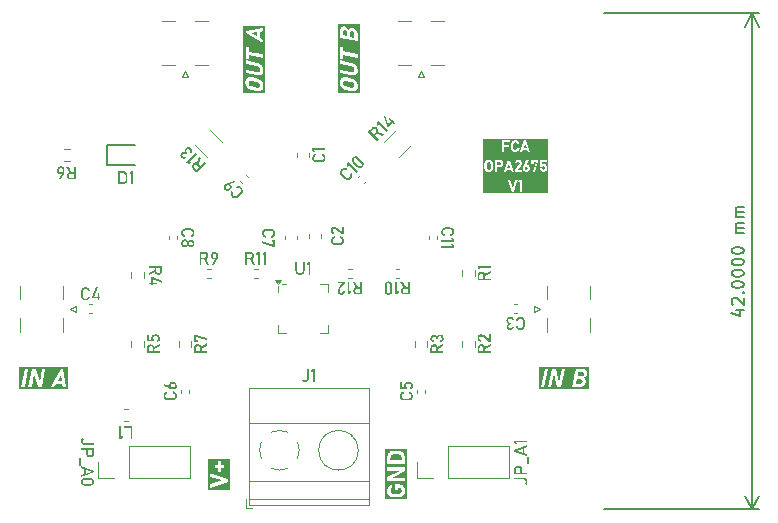
<source format=gbr>
%TF.GenerationSoftware,KiCad,Pcbnew,8.0.2*%
%TF.CreationDate,2025-01-11T01:17:19-03:00*%
%TF.ProjectId,LumiCom_Transmitter,4c756d69-436f-46d5-9f54-72616e736d69,rev?*%
%TF.SameCoordinates,Original*%
%TF.FileFunction,Legend,Top*%
%TF.FilePolarity,Positive*%
%FSLAX46Y46*%
G04 Gerber Fmt 4.6, Leading zero omitted, Abs format (unit mm)*
G04 Created by KiCad (PCBNEW 8.0.2) date 2025-01-11 01:17:19*
%MOMM*%
%LPD*%
G01*
G04 APERTURE LIST*
%ADD10C,0.150000*%
%ADD11C,0.200000*%
%ADD12C,0.120000*%
G04 APERTURE END LIST*
D10*
G36*
X128658595Y-55699196D02*
G01*
X129095301Y-55790054D01*
X129164524Y-55811049D01*
X129230256Y-55847201D01*
X129285078Y-55897033D01*
X129319790Y-55945629D01*
X129348400Y-56017997D01*
X129356885Y-56091939D01*
X129355132Y-56125523D01*
X129334165Y-56199280D01*
X129285078Y-56256802D01*
X129246289Y-56278349D01*
X129170951Y-56292754D01*
X129095301Y-56285013D01*
X128658595Y-56194154D01*
X128589022Y-56173160D01*
X128523152Y-56137008D01*
X128468452Y-56087176D01*
X128433918Y-56038431D01*
X128405453Y-55966046D01*
X128397011Y-55892270D01*
X128398755Y-55858589D01*
X128419615Y-55784748D01*
X128468452Y-55727406D01*
X128507126Y-55705859D01*
X128582572Y-55691455D01*
X128658595Y-55699196D01*
G37*
G36*
X129171505Y-51507989D02*
G01*
X129174436Y-51508722D01*
X129179643Y-51509841D01*
X129249083Y-51537023D01*
X129305228Y-51587490D01*
X129313543Y-51599255D01*
X129342851Y-51666869D01*
X129351756Y-51743195D01*
X129351756Y-52054014D01*
X128993086Y-51979460D01*
X128993086Y-51668823D01*
X129001991Y-51596214D01*
X129039614Y-51532535D01*
X129095851Y-51505333D01*
X129171505Y-51507989D01*
G37*
G36*
X128621248Y-51422596D02*
G01*
X128678379Y-51470986D01*
X128712682Y-51538815D01*
X128722342Y-51612403D01*
X128722342Y-51668823D01*
X128722342Y-51923182D01*
X128402140Y-51856624D01*
X128402140Y-51545724D01*
X128407704Y-51488297D01*
X128441707Y-51421893D01*
X128479358Y-51399289D01*
X128554181Y-51398446D01*
X128621248Y-51422596D01*
G37*
G36*
X129804554Y-56750823D02*
G01*
X127949709Y-56750823D01*
X127949709Y-55833652D01*
X128116376Y-55833652D01*
X128119546Y-55892270D01*
X128120635Y-55912397D01*
X128133412Y-55987799D01*
X128154707Y-56059859D01*
X128184520Y-56128575D01*
X128222049Y-56192986D01*
X128266494Y-56252131D01*
X128317853Y-56306010D01*
X128376128Y-56354622D01*
X128440540Y-56396845D01*
X128510309Y-56431925D01*
X128585437Y-56459860D01*
X128665922Y-56480651D01*
X129088340Y-56568578D01*
X129148735Y-56578741D01*
X129224813Y-56584156D01*
X129304324Y-56579136D01*
X129377402Y-56562350D01*
X129392708Y-56557058D01*
X129462667Y-56522955D01*
X129521679Y-56476114D01*
X129569743Y-56416537D01*
X129592901Y-56375025D01*
X129618655Y-56305463D01*
X129633628Y-56227150D01*
X129637887Y-56150190D01*
X129633628Y-56071605D01*
X129620851Y-55996317D01*
X129599556Y-55924327D01*
X129569743Y-55855634D01*
X129532168Y-55791222D01*
X129487586Y-55732077D01*
X129435997Y-55678199D01*
X129377402Y-55629587D01*
X129312761Y-55587226D01*
X129243038Y-55552101D01*
X129168231Y-55524211D01*
X129088340Y-55503558D01*
X128665922Y-55415630D01*
X128605056Y-55405356D01*
X128528589Y-55399872D01*
X128448968Y-55404924D01*
X128376128Y-55421858D01*
X128360911Y-55427151D01*
X128291309Y-55461254D01*
X128232512Y-55508094D01*
X128184520Y-55567671D01*
X128161362Y-55609171D01*
X128135608Y-55678665D01*
X128120635Y-55756853D01*
X128116376Y-55833652D01*
X127949709Y-55833652D01*
X127949709Y-54254988D01*
X128131397Y-54254988D01*
X129090172Y-54454290D01*
X129164697Y-54476444D01*
X129233699Y-54513375D01*
X129289108Y-54563467D01*
X129329365Y-54624944D01*
X129352911Y-54696032D01*
X129359816Y-54768997D01*
X129357330Y-54812549D01*
X129337444Y-54884814D01*
X129289108Y-54944119D01*
X129239298Y-54968942D01*
X129164697Y-54978422D01*
X129090172Y-54969398D01*
X128131397Y-54770096D01*
X128131397Y-55045236D01*
X129083211Y-55243073D01*
X129099627Y-55246347D01*
X129178206Y-55257923D01*
X129264802Y-55261259D01*
X129343001Y-55253080D01*
X129423619Y-55228985D01*
X129492807Y-55189217D01*
X129501732Y-55182275D01*
X129556279Y-55125767D01*
X129596941Y-55055410D01*
X129620744Y-54984081D01*
X129634345Y-54902576D01*
X129637887Y-54826883D01*
X129636612Y-54779953D01*
X129628819Y-54705044D01*
X129610118Y-54620607D01*
X129581215Y-54542120D01*
X129542111Y-54469585D01*
X129492807Y-54402999D01*
X129444553Y-54352685D01*
X129378951Y-54299722D01*
X129304951Y-54254849D01*
X129236870Y-54223632D01*
X129162956Y-54198033D01*
X129083211Y-54178052D01*
X128131397Y-53980215D01*
X128131397Y-54254988D01*
X127949709Y-54254988D01*
X127949709Y-53849789D01*
X128131397Y-53849789D01*
X128402140Y-53905843D01*
X128402140Y-53508787D01*
X129622500Y-53762594D01*
X129622500Y-53487821D01*
X128402140Y-53234014D01*
X128402140Y-52836426D01*
X128131397Y-52780372D01*
X128131397Y-53849789D01*
X127949709Y-53849789D01*
X127949709Y-51480145D01*
X128131397Y-51480145D01*
X128131397Y-51545724D01*
X128131397Y-51800347D01*
X128131397Y-52075121D01*
X129622500Y-52385065D01*
X129622500Y-52264531D01*
X129622500Y-51773237D01*
X129619915Y-51708305D01*
X129609988Y-51635181D01*
X129588999Y-51556479D01*
X129557876Y-51484895D01*
X129516620Y-51420428D01*
X129488691Y-51387083D01*
X129433230Y-51336195D01*
X129369389Y-51294809D01*
X129297168Y-51262925D01*
X129216568Y-51240543D01*
X129213271Y-51239810D01*
X129194897Y-51236277D01*
X129117633Y-51229267D01*
X129042185Y-51238540D01*
X128971837Y-51269486D01*
X128960532Y-51277358D01*
X128908437Y-51331964D01*
X128875880Y-51398210D01*
X128858630Y-51471352D01*
X128853634Y-51445203D01*
X128832269Y-51371970D01*
X128797314Y-51299778D01*
X128750553Y-51237246D01*
X128739795Y-51225960D01*
X128680640Y-51177173D01*
X128612541Y-51141124D01*
X128535497Y-51117811D01*
X128466297Y-51107576D01*
X128383567Y-51108675D01*
X128303524Y-51130055D01*
X128237276Y-51172765D01*
X128224455Y-51185086D01*
X128176995Y-51251898D01*
X128148871Y-51326905D01*
X128135119Y-51404595D01*
X128131397Y-51480145D01*
X127949709Y-51480145D01*
X127949709Y-50940909D01*
X129804554Y-50940909D01*
X129804554Y-56750823D01*
G37*
G36*
X140747921Y-62600286D02*
G01*
X140796064Y-62614798D01*
X140838451Y-62645635D01*
X140860765Y-62674917D01*
X140879158Y-62721715D01*
X140884613Y-62772397D01*
X140884613Y-63063534D01*
X140881727Y-63100934D01*
X140866581Y-63149820D01*
X140838451Y-63190052D01*
X140810168Y-63213193D01*
X140764825Y-63232267D01*
X140715597Y-63237923D01*
X140683695Y-63235633D01*
X140635695Y-63221047D01*
X140593231Y-63190052D01*
X140570916Y-63160690D01*
X140552524Y-63113967D01*
X140547069Y-63063534D01*
X140547069Y-62772397D01*
X140549954Y-62734798D01*
X140565101Y-62685786D01*
X140593231Y-62645635D01*
X140621593Y-62622612D01*
X140666861Y-62603635D01*
X140715841Y-62598007D01*
X140747921Y-62600286D01*
G37*
G36*
X143947579Y-63010438D02*
G01*
X143987718Y-63038377D01*
X144008491Y-63081528D01*
X144014340Y-63132655D01*
X144014340Y-63133143D01*
X144010597Y-63169974D01*
X143987718Y-63215942D01*
X143959842Y-63235643D01*
X143910537Y-63244762D01*
X143876660Y-63240744D01*
X143834089Y-63216186D01*
X143814805Y-63183921D01*
X143807222Y-63134120D01*
X143807222Y-63133632D01*
X143812365Y-63085273D01*
X143834089Y-63038621D01*
X143862019Y-63015580D01*
X143910293Y-63004916D01*
X143947579Y-63010438D01*
G37*
G36*
X141707678Y-62607925D02*
G01*
X141748988Y-62635376D01*
X141772435Y-62674883D01*
X141780251Y-62725990D01*
X141774220Y-62770102D01*
X141748744Y-62815139D01*
X141715020Y-62839507D01*
X141666678Y-62849089D01*
X141450767Y-62849089D01*
X141450767Y-62601427D01*
X141666678Y-62601427D01*
X141707678Y-62607925D01*
G37*
G36*
X142536054Y-63075258D02*
G01*
X142298418Y-63075258D01*
X142417236Y-62736249D01*
X142536054Y-63075258D01*
G37*
G36*
X143922865Y-61395258D02*
G01*
X143685229Y-61395258D01*
X143804047Y-61056249D01*
X143922865Y-61395258D01*
G37*
G36*
X145758459Y-65206111D02*
G01*
X140241785Y-65206111D01*
X140241785Y-64100931D01*
X142363503Y-64100931D01*
X142694452Y-65095000D01*
X142840754Y-65095000D01*
X143149114Y-64168098D01*
X143226169Y-64168098D01*
X143226169Y-64366912D01*
X143347069Y-64321238D01*
X143347069Y-65095000D01*
X143534404Y-65095000D01*
X143534404Y-64100931D01*
X143374424Y-64100931D01*
X143226169Y-64168098D01*
X143149114Y-64168098D01*
X143171459Y-64100931D01*
X142978751Y-64100931D01*
X142767481Y-64764050D01*
X142556211Y-64100931D01*
X142363503Y-64100931D01*
X140241785Y-64100931D01*
X140241785Y-62777281D01*
X140352896Y-62777281D01*
X140352896Y-63058893D01*
X140354476Y-63099156D01*
X140361498Y-63149875D01*
X140376112Y-63202882D01*
X140397837Y-63251601D01*
X140412845Y-63276563D01*
X140444339Y-63316897D01*
X140481590Y-63351319D01*
X140524599Y-63379829D01*
X140561716Y-63397530D01*
X140613320Y-63413900D01*
X140662855Y-63422418D01*
X140715841Y-63425258D01*
X140755895Y-63423661D01*
X140806255Y-63416562D01*
X140858749Y-63401789D01*
X140906839Y-63379829D01*
X140931507Y-63364720D01*
X140971373Y-63332925D01*
X141005404Y-63295219D01*
X141033601Y-63251601D01*
X141051207Y-63214079D01*
X141067489Y-63162025D01*
X141075962Y-63112154D01*
X141078786Y-63058893D01*
X141078786Y-62849089D01*
X141263433Y-62849089D01*
X141263433Y-63415000D01*
X141450767Y-63415000D01*
X141977599Y-63415000D01*
X142179344Y-63415000D01*
X142235158Y-63255753D01*
X142599315Y-63255753D01*
X142655129Y-63415000D01*
X142856629Y-63415000D01*
X142586398Y-62708161D01*
X142931123Y-62708161D01*
X142931123Y-62708893D01*
X143123098Y-62708893D01*
X143123098Y-62708161D01*
X143132956Y-62663962D01*
X143158269Y-62621699D01*
X143184666Y-62601932D01*
X143233252Y-62591168D01*
X143261025Y-62593315D01*
X143307013Y-62613150D01*
X143319646Y-62626964D01*
X143333147Y-62675432D01*
X143333147Y-62676653D01*
X143332701Y-62687075D01*
X143320446Y-62736004D01*
X143311483Y-62755682D01*
X143284543Y-62797798D01*
X142943336Y-63246228D01*
X142943336Y-63415000D01*
X143531228Y-63415000D01*
X143531228Y-63234504D01*
X143191486Y-63234504D01*
X143278738Y-63124351D01*
X143619888Y-63124351D01*
X143619888Y-63125083D01*
X143620106Y-63133632D01*
X143620558Y-63151309D01*
X143627330Y-63208111D01*
X143641395Y-63258766D01*
X143662753Y-63303274D01*
X143696092Y-63346612D01*
X143716108Y-63365044D01*
X143761935Y-63394537D01*
X143808369Y-63412278D01*
X143860716Y-63422493D01*
X143910293Y-63425258D01*
X143927420Y-63424947D01*
X143983501Y-63418959D01*
X144033575Y-63405352D01*
X144083446Y-63380470D01*
X144125471Y-63345635D01*
X144147424Y-63319172D01*
X144171908Y-63276815D01*
X144189098Y-63228264D01*
X144198996Y-63173519D01*
X144201675Y-63121664D01*
X144201675Y-63120931D01*
X144201409Y-63103504D01*
X144196304Y-63046446D01*
X144184700Y-62995512D01*
X144163481Y-62944801D01*
X144133775Y-62902090D01*
X144129477Y-62897311D01*
X144091196Y-62864544D01*
X144045984Y-62841486D01*
X143993842Y-62828137D01*
X143942533Y-62824420D01*
X143905421Y-62829190D01*
X143943097Y-62751147D01*
X144331123Y-62751147D01*
X144518458Y-62751147D01*
X144518458Y-62601427D01*
X144689183Y-62601427D01*
X144473273Y-63415000D01*
X144676239Y-63415000D01*
X144750027Y-63127281D01*
X145062875Y-63127281D01*
X145062875Y-63128014D01*
X145066371Y-63162376D01*
X145077851Y-63217734D01*
X145096157Y-63267015D01*
X145121288Y-63310218D01*
X145153245Y-63347344D01*
X145158351Y-63352138D01*
X145201910Y-63385007D01*
X145250293Y-63408138D01*
X145303499Y-63421529D01*
X145354012Y-63425258D01*
X145379697Y-63424558D01*
X145435304Y-63417482D01*
X145484857Y-63402786D01*
X145528356Y-63380470D01*
X145570656Y-63345635D01*
X145592750Y-63319142D01*
X145617390Y-63276644D01*
X145634691Y-63227834D01*
X145644652Y-63172713D01*
X145647348Y-63120443D01*
X145647348Y-63036912D01*
X145646786Y-63010328D01*
X145642286Y-62960600D01*
X145631350Y-62908379D01*
X145611353Y-62856340D01*
X145583356Y-62812452D01*
X145552836Y-62781427D01*
X145506176Y-62752735D01*
X145457694Y-62737806D01*
X145402617Y-62732829D01*
X145380234Y-62733974D01*
X145330321Y-62744553D01*
X145315089Y-62750043D01*
X145271947Y-62777281D01*
X145271947Y-62601427D01*
X145618527Y-62601427D01*
X145618527Y-62420931D01*
X145084613Y-62420931D01*
X145084613Y-62992459D01*
X145259735Y-62992459D01*
X145267289Y-62973008D01*
X145299058Y-62935062D01*
X145317934Y-62924243D01*
X145367690Y-62914546D01*
X145395688Y-62918327D01*
X145435834Y-62946542D01*
X145454701Y-62987982D01*
X145460014Y-63036912D01*
X145460014Y-63120443D01*
X145454825Y-63166397D01*
X145432903Y-63211057D01*
X145405094Y-63233096D01*
X145356699Y-63243297D01*
X145325512Y-63239038D01*
X145283915Y-63213011D01*
X145261567Y-63176435D01*
X145250209Y-63127770D01*
X145250209Y-63127281D01*
X145062875Y-63127281D01*
X144750027Y-63127281D01*
X144899232Y-62545495D01*
X144899232Y-62420931D01*
X144331123Y-62420931D01*
X144331123Y-62751147D01*
X143943097Y-62751147D01*
X144102512Y-62420931D01*
X143890509Y-62420931D01*
X143689009Y-62849089D01*
X143670195Y-62892013D01*
X143652584Y-62940000D01*
X143638206Y-62988796D01*
X143630192Y-63024012D01*
X143622464Y-63075178D01*
X143619888Y-63124351D01*
X143278738Y-63124351D01*
X143436218Y-62925537D01*
X143456276Y-62897754D01*
X143481899Y-62853104D01*
X143502163Y-62804881D01*
X143512528Y-62771481D01*
X143522523Y-62721151D01*
X143525855Y-62670547D01*
X143525855Y-62669815D01*
X143525780Y-62662145D01*
X143521046Y-62611517D01*
X143506621Y-62560211D01*
X143482578Y-62515896D01*
X143448918Y-62478572D01*
X143428696Y-62462716D01*
X143382320Y-62437345D01*
X143335255Y-62422083D01*
X143282136Y-62413296D01*
X143231786Y-62410917D01*
X143215824Y-62411222D01*
X143162915Y-62417080D01*
X143114611Y-62430396D01*
X143065045Y-62454743D01*
X143021493Y-62488831D01*
X142997971Y-62514729D01*
X142970889Y-62556196D01*
X142950633Y-62603740D01*
X142937203Y-62657362D01*
X142931123Y-62708161D01*
X142586398Y-62708161D01*
X142476587Y-62420931D01*
X142357641Y-62420931D01*
X142107486Y-63075258D01*
X141977599Y-63415000D01*
X141450767Y-63415000D01*
X141450767Y-63029340D01*
X141662038Y-63029340D01*
X141679373Y-63029012D01*
X141728933Y-63024085D01*
X141779695Y-63011677D01*
X141825925Y-62991971D01*
X141866835Y-62965457D01*
X141904784Y-62929350D01*
X141935345Y-62885969D01*
X141942329Y-62872943D01*
X141960647Y-62826575D01*
X141971333Y-62775675D01*
X141974424Y-62725990D01*
X141974081Y-62708890D01*
X141968929Y-62660114D01*
X141955953Y-62610359D01*
X141935345Y-62565279D01*
X141907997Y-62525518D01*
X141870806Y-62488668D01*
X141826169Y-62459033D01*
X141812815Y-62452224D01*
X141765264Y-62434364D01*
X141713038Y-62423945D01*
X141662038Y-62420931D01*
X141450767Y-62420931D01*
X141263433Y-62420931D01*
X141263433Y-62849089D01*
X141078786Y-62849089D01*
X141078786Y-62777281D01*
X141077197Y-62736704D01*
X141070137Y-62685726D01*
X141055443Y-62632645D01*
X141033601Y-62584085D01*
X141018656Y-62559264D01*
X140987218Y-62519123D01*
X140949946Y-62484818D01*
X140906839Y-62456346D01*
X140869816Y-62438645D01*
X140818301Y-62422274D01*
X140768811Y-62413756D01*
X140715841Y-62410917D01*
X140675778Y-62412514D01*
X140625380Y-62419613D01*
X140572806Y-62434386D01*
X140524599Y-62456346D01*
X140499994Y-62471443D01*
X140460184Y-62503156D01*
X140426132Y-62540703D01*
X140397837Y-62584085D01*
X140380326Y-62621463D01*
X140364131Y-62673539D01*
X140355705Y-62723624D01*
X140353152Y-62772397D01*
X140352896Y-62777281D01*
X140241785Y-62777281D01*
X140241785Y-61735000D01*
X141853035Y-61735000D01*
X142040370Y-61735000D01*
X142040370Y-61340547D01*
X142430670Y-61340547D01*
X142430670Y-61160052D01*
X142040370Y-61160052D01*
X142040370Y-61101922D01*
X142615073Y-61101922D01*
X142615073Y-61374741D01*
X142617095Y-61424503D01*
X142624357Y-61477366D01*
X142636901Y-61525955D01*
X142657327Y-61575509D01*
X142671532Y-61600494D01*
X142701759Y-61640598D01*
X142737976Y-61674442D01*
X142780181Y-61702027D01*
X142816950Y-61718872D01*
X142868963Y-61734450D01*
X142919674Y-61742556D01*
X142974598Y-61745258D01*
X142992089Y-61744903D01*
X143042319Y-61739591D01*
X143060115Y-61735000D01*
X143364410Y-61735000D01*
X143566155Y-61735000D01*
X143621969Y-61575753D01*
X143986126Y-61575753D01*
X144041940Y-61735000D01*
X144243440Y-61735000D01*
X143863398Y-60740931D01*
X143744452Y-60740931D01*
X143494297Y-61395258D01*
X143364410Y-61735000D01*
X143060115Y-61735000D01*
X143094187Y-61726210D01*
X143141905Y-61704958D01*
X143155422Y-61697079D01*
X143197287Y-61666167D01*
X143234238Y-61628100D01*
X143263293Y-61587721D01*
X143283049Y-61552542D01*
X143304326Y-61502847D01*
X143319347Y-61454456D01*
X143330705Y-61402096D01*
X143136531Y-61402096D01*
X143128407Y-61433075D01*
X143108497Y-61478676D01*
X143078402Y-61517379D01*
X143070309Y-61524625D01*
X143024761Y-61550163D01*
X142974598Y-61557923D01*
X142941874Y-61555633D01*
X142893605Y-61541047D01*
X142852477Y-61510052D01*
X142827864Y-61472465D01*
X142813468Y-61425527D01*
X142809246Y-61374741D01*
X142809246Y-61101922D01*
X142812666Y-61055848D01*
X142826133Y-61007984D01*
X142852477Y-60966367D01*
X142879714Y-60942990D01*
X142924685Y-60923722D01*
X142974598Y-60918007D01*
X142999023Y-60919820D01*
X143047383Y-60936570D01*
X143070407Y-60952724D01*
X143102826Y-60989570D01*
X143121667Y-61025291D01*
X143136531Y-61074078D01*
X143330705Y-61074078D01*
X143322779Y-61034205D01*
X143308926Y-60984646D01*
X143288852Y-60933820D01*
X143264026Y-60888210D01*
X143254781Y-60874150D01*
X143224367Y-60835808D01*
X143185861Y-60799959D01*
X143142393Y-60771217D01*
X143123690Y-60761772D01*
X143074092Y-60743668D01*
X143025987Y-60734105D01*
X142974598Y-60730917D01*
X142933010Y-60732454D01*
X142881246Y-60739285D01*
X142828047Y-60753503D01*
X142780181Y-60774637D01*
X142755994Y-60789253D01*
X142717116Y-60820371D01*
X142684227Y-60857672D01*
X142657327Y-60901154D01*
X142636901Y-60950412D01*
X142624357Y-60998932D01*
X142617095Y-61051910D01*
X142615073Y-61101922D01*
X142040370Y-61101922D01*
X142040370Y-60921427D01*
X142505896Y-60921427D01*
X142505896Y-60740931D01*
X142040370Y-60740931D01*
X141853035Y-60740931D01*
X141853035Y-61735000D01*
X140241785Y-61735000D01*
X140241785Y-60619806D01*
X145758459Y-60619806D01*
X145758459Y-65206111D01*
G37*
G36*
X148576534Y-81001991D02*
G01*
X148640213Y-81039614D01*
X148667415Y-81095851D01*
X148664759Y-81171505D01*
X148664026Y-81174436D01*
X148662907Y-81179643D01*
X148635725Y-81249083D01*
X148585258Y-81305228D01*
X148573493Y-81313543D01*
X148505879Y-81342851D01*
X148429553Y-81351756D01*
X148118733Y-81351756D01*
X148193287Y-80993086D01*
X148503925Y-80993086D01*
X148576534Y-81001991D01*
G37*
G36*
X148684451Y-80407704D02*
G01*
X148750855Y-80441707D01*
X148773459Y-80479358D01*
X148774302Y-80554181D01*
X148750152Y-80621248D01*
X148701762Y-80678379D01*
X148633933Y-80712682D01*
X148560345Y-80722342D01*
X148249565Y-80722342D01*
X148316123Y-80402140D01*
X148627024Y-80402140D01*
X148684451Y-80407704D01*
G37*
G36*
X149231839Y-81789167D02*
G01*
X144990887Y-81789167D01*
X144990887Y-81622500D01*
X145157554Y-81622500D01*
X145442585Y-81622500D01*
X147787683Y-81622500D01*
X147908217Y-81622500D01*
X148399511Y-81622500D01*
X148464443Y-81619915D01*
X148537567Y-81609988D01*
X148616269Y-81588999D01*
X148687853Y-81557876D01*
X148752320Y-81516620D01*
X148785665Y-81488691D01*
X148836553Y-81433230D01*
X148877939Y-81369389D01*
X148909823Y-81297168D01*
X148932205Y-81216568D01*
X148932938Y-81213271D01*
X148936471Y-81194897D01*
X148943481Y-81117633D01*
X148934208Y-81042185D01*
X148903262Y-80971837D01*
X148895390Y-80960532D01*
X148840784Y-80908437D01*
X148774538Y-80875880D01*
X148701396Y-80858630D01*
X148727545Y-80853634D01*
X148800778Y-80832269D01*
X148872970Y-80797314D01*
X148935502Y-80750553D01*
X148946788Y-80739795D01*
X148995575Y-80680640D01*
X149031624Y-80612541D01*
X149054937Y-80535497D01*
X149065172Y-80466297D01*
X149064073Y-80383567D01*
X149042693Y-80303524D01*
X148999982Y-80237276D01*
X148987662Y-80224455D01*
X148920850Y-80176995D01*
X148845843Y-80148871D01*
X148768153Y-80135119D01*
X148692603Y-80131397D01*
X148372400Y-80131397D01*
X148097627Y-80131397D01*
X147974792Y-80722342D01*
X147843960Y-81351756D01*
X147787683Y-81622500D01*
X145442585Y-81622500D01*
X145442814Y-81621400D01*
X145755461Y-81621400D01*
X146018144Y-81621400D01*
X146241598Y-80545874D01*
X146535084Y-81621400D01*
X146872872Y-81621400D01*
X147182449Y-80131397D01*
X146919400Y-80131397D01*
X146692720Y-81222396D01*
X146400994Y-80131397D01*
X146065038Y-80131397D01*
X145755461Y-81621400D01*
X145442814Y-81621400D01*
X145752530Y-80131397D01*
X145467498Y-80131397D01*
X145157554Y-81622500D01*
X144990887Y-81622500D01*
X144990887Y-79964730D01*
X149231839Y-79964730D01*
X149231839Y-81789167D01*
G37*
G36*
X118789167Y-90327308D02*
G01*
X116964730Y-90327308D01*
X116964730Y-89237770D01*
X117131397Y-89237770D01*
X118126076Y-89554675D01*
X117131397Y-89871580D01*
X117131397Y-90160641D01*
X118622500Y-89664218D01*
X118622500Y-89444766D01*
X117131397Y-88948708D01*
X117131397Y-89237770D01*
X116964730Y-89237770D01*
X116964730Y-88243091D01*
X117519010Y-88243091D01*
X117519010Y-88513834D01*
X117805141Y-88513834D01*
X117805141Y-88815352D01*
X118065626Y-88815352D01*
X118065626Y-88513834D01*
X118351756Y-88513834D01*
X118351756Y-88243091D01*
X118065626Y-88243091D01*
X118065626Y-87941939D01*
X117805141Y-87941939D01*
X117805141Y-88243091D01*
X117519010Y-88243091D01*
X116964730Y-88243091D01*
X116964730Y-87775272D01*
X118789167Y-87775272D01*
X118789167Y-90327308D01*
G37*
G36*
X120658595Y-55700662D02*
G01*
X121095301Y-55791520D01*
X121164524Y-55812515D01*
X121230256Y-55848667D01*
X121285078Y-55898499D01*
X121319790Y-55947095D01*
X121348400Y-56019463D01*
X121356885Y-56093405D01*
X121355132Y-56126989D01*
X121334165Y-56200746D01*
X121285078Y-56258268D01*
X121246289Y-56279815D01*
X121170951Y-56294220D01*
X121095301Y-56286479D01*
X120658595Y-56195620D01*
X120589022Y-56174626D01*
X120523152Y-56138474D01*
X120468452Y-56088642D01*
X120433918Y-56039897D01*
X120405453Y-55967512D01*
X120397011Y-55893736D01*
X120398755Y-55860055D01*
X120419615Y-55786214D01*
X120468452Y-55728872D01*
X120507126Y-55707325D01*
X120582572Y-55692921D01*
X120658595Y-55700662D01*
G37*
G36*
X121112887Y-51950254D02*
G01*
X120604373Y-51670289D01*
X121112887Y-51601669D01*
X121112887Y-51950254D01*
G37*
G36*
X121804554Y-56752289D02*
G01*
X119949709Y-56752289D01*
X119949709Y-55835118D01*
X120116376Y-55835118D01*
X120119546Y-55893736D01*
X120120635Y-55913863D01*
X120133412Y-55989265D01*
X120154707Y-56061325D01*
X120184520Y-56130041D01*
X120222049Y-56194452D01*
X120266494Y-56253597D01*
X120317853Y-56307476D01*
X120376128Y-56356088D01*
X120440540Y-56398311D01*
X120510309Y-56433391D01*
X120585437Y-56461326D01*
X120665922Y-56482117D01*
X121088340Y-56570044D01*
X121148735Y-56580207D01*
X121224813Y-56585622D01*
X121304324Y-56580602D01*
X121377402Y-56563816D01*
X121392708Y-56558524D01*
X121462667Y-56524421D01*
X121521679Y-56477580D01*
X121569743Y-56418003D01*
X121592901Y-56376491D01*
X121618655Y-56306929D01*
X121633628Y-56228616D01*
X121637887Y-56151656D01*
X121633628Y-56073071D01*
X121620851Y-55997783D01*
X121599556Y-55925793D01*
X121569743Y-55857100D01*
X121532168Y-55792688D01*
X121487586Y-55733543D01*
X121435997Y-55679665D01*
X121377402Y-55631053D01*
X121312761Y-55588692D01*
X121243038Y-55553567D01*
X121168231Y-55525677D01*
X121088340Y-55505024D01*
X120665922Y-55417096D01*
X120605056Y-55406822D01*
X120528589Y-55401338D01*
X120448968Y-55406390D01*
X120376128Y-55423324D01*
X120360911Y-55428617D01*
X120291309Y-55462720D01*
X120232512Y-55509560D01*
X120184520Y-55569137D01*
X120161362Y-55610637D01*
X120135608Y-55680131D01*
X120120635Y-55758319D01*
X120116376Y-55835118D01*
X119949709Y-55835118D01*
X119949709Y-54256454D01*
X120131397Y-54256454D01*
X121090172Y-54455756D01*
X121164697Y-54477910D01*
X121233699Y-54514841D01*
X121289108Y-54564933D01*
X121329365Y-54626410D01*
X121352911Y-54697498D01*
X121359816Y-54770463D01*
X121357330Y-54814015D01*
X121337444Y-54886280D01*
X121289108Y-54945585D01*
X121239298Y-54970408D01*
X121164697Y-54979888D01*
X121090172Y-54970864D01*
X120131397Y-54771562D01*
X120131397Y-55046702D01*
X121083211Y-55244539D01*
X121099627Y-55247813D01*
X121178206Y-55259389D01*
X121264802Y-55262725D01*
X121343001Y-55254546D01*
X121423619Y-55230451D01*
X121492807Y-55190683D01*
X121501732Y-55183741D01*
X121556279Y-55127233D01*
X121596941Y-55056876D01*
X121620744Y-54985547D01*
X121634345Y-54904042D01*
X121637887Y-54828349D01*
X121636612Y-54781419D01*
X121628819Y-54706510D01*
X121610118Y-54622073D01*
X121581215Y-54543586D01*
X121542111Y-54471051D01*
X121492807Y-54404465D01*
X121444553Y-54354151D01*
X121378951Y-54301188D01*
X121304951Y-54256315D01*
X121236870Y-54225098D01*
X121162956Y-54199499D01*
X121083211Y-54179518D01*
X120131397Y-53981681D01*
X120131397Y-54256454D01*
X119949709Y-54256454D01*
X119949709Y-53851255D01*
X120131397Y-53851255D01*
X120402140Y-53907309D01*
X120402140Y-53510253D01*
X121622500Y-53764060D01*
X121622500Y-53489287D01*
X120402140Y-53235480D01*
X120402140Y-52837892D01*
X120131397Y-52781838D01*
X120131397Y-53851255D01*
X119949709Y-53851255D01*
X119949709Y-51484908D01*
X120131397Y-51484908D01*
X120131397Y-51659298D01*
X120150288Y-51670289D01*
X121622500Y-52526848D01*
X121622500Y-52230826D01*
X121383630Y-52099314D01*
X121383630Y-51565135D01*
X121622500Y-51532902D01*
X121622500Y-51237246D01*
X120131397Y-51484908D01*
X119949709Y-51484908D01*
X119949709Y-51070579D01*
X121804554Y-51070579D01*
X121804554Y-56752289D01*
G37*
G36*
X104571079Y-81112887D02*
G01*
X104222494Y-81112887D01*
X104502460Y-80604373D01*
X104571079Y-81112887D01*
G37*
G36*
X105102170Y-81789167D02*
G01*
X100989422Y-81789167D01*
X100989422Y-81622500D01*
X101156089Y-81622500D01*
X101441120Y-81622500D01*
X103645901Y-81622500D01*
X103941923Y-81622500D01*
X104073435Y-81383630D01*
X104607614Y-81383630D01*
X104639847Y-81622500D01*
X104935503Y-81622500D01*
X104687841Y-80131397D01*
X104513451Y-80131397D01*
X103942403Y-81112887D01*
X103645901Y-81622500D01*
X101441120Y-81622500D01*
X101441349Y-81621400D01*
X101753996Y-81621400D01*
X102016679Y-81621400D01*
X102240133Y-80545874D01*
X102533619Y-81621400D01*
X102871407Y-81621400D01*
X103180984Y-80131397D01*
X102917935Y-80131397D01*
X102691255Y-81222396D01*
X102399529Y-80131397D01*
X102063573Y-80131397D01*
X101753996Y-81621400D01*
X101441349Y-81621400D01*
X101751065Y-80131397D01*
X101466033Y-80131397D01*
X101156089Y-81622500D01*
X100989422Y-81622500D01*
X100989422Y-79964730D01*
X105102170Y-79964730D01*
X105102170Y-81789167D01*
G37*
G36*
X133153507Y-87336682D02*
G01*
X133226631Y-87361566D01*
X133284712Y-87407779D01*
X133322883Y-87467320D01*
X133345209Y-87541667D01*
X133351756Y-87622102D01*
X133351756Y-87840456D01*
X132402140Y-87840456D01*
X132402140Y-87622102D01*
X132407414Y-87549160D01*
X132428186Y-87473467D01*
X132468818Y-87407779D01*
X132510701Y-87371120D01*
X132580158Y-87340903D01*
X132657496Y-87331942D01*
X133096400Y-87331942D01*
X133153507Y-87336682D01*
G37*
G36*
X133804554Y-91125249D02*
G01*
X131949709Y-91125249D01*
X131949709Y-90415996D01*
X132116376Y-90415996D01*
X132118810Y-90476052D01*
X132129629Y-90551477D01*
X132152147Y-90629980D01*
X132185619Y-90701761D01*
X132208520Y-90738456D01*
X132256685Y-90797881D01*
X132313775Y-90848786D01*
X132379792Y-90891171D01*
X132444959Y-90920663D01*
X132515530Y-90941729D01*
X132591505Y-90954369D01*
X132672883Y-90958582D01*
X133112887Y-90958582D01*
X133170722Y-90956186D01*
X133243549Y-90945539D01*
X133319621Y-90923379D01*
X133389492Y-90890438D01*
X133425175Y-90867793D01*
X133482867Y-90820224D01*
X133532156Y-90763903D01*
X133573040Y-90698830D01*
X133598308Y-90642673D01*
X133621675Y-90564649D01*
X133633834Y-90489796D01*
X133637887Y-90409768D01*
X133635452Y-90349850D01*
X133624633Y-90274608D01*
X133602116Y-90196311D01*
X133568644Y-90124737D01*
X133545628Y-90088041D01*
X133497257Y-90028616D01*
X133439961Y-89977711D01*
X133373738Y-89935326D01*
X133308251Y-89905674D01*
X133237451Y-89884493D01*
X133161338Y-89871785D01*
X133079914Y-89867549D01*
X132789021Y-89867549D01*
X132789021Y-90384489D01*
X133059398Y-90384489D01*
X133059398Y-90158809D01*
X133084310Y-90158809D01*
X133135874Y-90162105D01*
X133212115Y-90183090D01*
X133277384Y-90227685D01*
X133307678Y-90264802D01*
X133338445Y-90337327D01*
X133346627Y-90410501D01*
X133343577Y-90458994D01*
X133324154Y-90532093D01*
X133282880Y-90596980D01*
X133252832Y-90624389D01*
X133186423Y-90657430D01*
X133112887Y-90667322D01*
X132672883Y-90667322D01*
X132616074Y-90663040D01*
X132541765Y-90640561D01*
X132480542Y-90598812D01*
X132445122Y-90556534D01*
X132415927Y-90489163D01*
X132407269Y-90416363D01*
X132417161Y-90342449D01*
X132446837Y-90273114D01*
X132491256Y-90220000D01*
X132559310Y-90183355D01*
X132559310Y-89880005D01*
X132534605Y-89885452D01*
X132464084Y-89906968D01*
X132392049Y-89939983D01*
X132326669Y-89982587D01*
X132314386Y-89992162D01*
X132258165Y-90044240D01*
X132210602Y-90103330D01*
X132171697Y-90169433D01*
X132161811Y-90190525D01*
X132135879Y-90263855D01*
X132120752Y-90341837D01*
X132116376Y-90415996D01*
X131949709Y-90415996D01*
X131949709Y-88717898D01*
X132131397Y-88717898D01*
X133222797Y-88717898D01*
X132131397Y-89248027D01*
X132131397Y-89591310D01*
X133621400Y-89591310D01*
X133621400Y-89322765D01*
X132546252Y-89322765D01*
X133621400Y-88794468D01*
X133621400Y-88448987D01*
X132131397Y-88448987D01*
X132131397Y-88717898D01*
X131949709Y-88717898D01*
X131949709Y-87628331D01*
X132131397Y-87628331D01*
X132131397Y-87980040D01*
X132131397Y-88121457D01*
X133622500Y-88121457D01*
X133622500Y-87840456D01*
X133622500Y-87629430D01*
X133622238Y-87605184D01*
X133617196Y-87524335D01*
X133605738Y-87449728D01*
X133584787Y-87372105D01*
X133555455Y-87302633D01*
X133533101Y-87263352D01*
X133486372Y-87200672D01*
X133431297Y-87148308D01*
X133367876Y-87106262D01*
X133313302Y-87080709D01*
X133237725Y-87057077D01*
X133165437Y-87044781D01*
X133088340Y-87040682D01*
X132665922Y-87040682D01*
X132619254Y-87042032D01*
X132545938Y-87050277D01*
X132465327Y-87070065D01*
X132392752Y-87100646D01*
X132328215Y-87142021D01*
X132271714Y-87194189D01*
X132231291Y-87245167D01*
X132191827Y-87314582D01*
X132162228Y-87392986D01*
X132145100Y-87465191D01*
X132134823Y-87543639D01*
X132131649Y-87622102D01*
X132131397Y-87628331D01*
X131949709Y-87628331D01*
X131949709Y-86874015D01*
X133804554Y-86874015D01*
X133804554Y-91125249D01*
G37*
X161638152Y-75142856D02*
X162304819Y-75142856D01*
X161257200Y-75380951D02*
X161971485Y-75619046D01*
X161971485Y-75619046D02*
X161971485Y-74999999D01*
X161400057Y-74666665D02*
X161352438Y-74619046D01*
X161352438Y-74619046D02*
X161304819Y-74523808D01*
X161304819Y-74523808D02*
X161304819Y-74285713D01*
X161304819Y-74285713D02*
X161352438Y-74190475D01*
X161352438Y-74190475D02*
X161400057Y-74142856D01*
X161400057Y-74142856D02*
X161495295Y-74095237D01*
X161495295Y-74095237D02*
X161590533Y-74095237D01*
X161590533Y-74095237D02*
X161733390Y-74142856D01*
X161733390Y-74142856D02*
X162304819Y-74714284D01*
X162304819Y-74714284D02*
X162304819Y-74095237D01*
X162209580Y-73666665D02*
X162257200Y-73619046D01*
X162257200Y-73619046D02*
X162304819Y-73666665D01*
X162304819Y-73666665D02*
X162257200Y-73714284D01*
X162257200Y-73714284D02*
X162209580Y-73666665D01*
X162209580Y-73666665D02*
X162304819Y-73666665D01*
X161304819Y-72999999D02*
X161304819Y-72904761D01*
X161304819Y-72904761D02*
X161352438Y-72809523D01*
X161352438Y-72809523D02*
X161400057Y-72761904D01*
X161400057Y-72761904D02*
X161495295Y-72714285D01*
X161495295Y-72714285D02*
X161685771Y-72666666D01*
X161685771Y-72666666D02*
X161923866Y-72666666D01*
X161923866Y-72666666D02*
X162114342Y-72714285D01*
X162114342Y-72714285D02*
X162209580Y-72761904D01*
X162209580Y-72761904D02*
X162257200Y-72809523D01*
X162257200Y-72809523D02*
X162304819Y-72904761D01*
X162304819Y-72904761D02*
X162304819Y-72999999D01*
X162304819Y-72999999D02*
X162257200Y-73095237D01*
X162257200Y-73095237D02*
X162209580Y-73142856D01*
X162209580Y-73142856D02*
X162114342Y-73190475D01*
X162114342Y-73190475D02*
X161923866Y-73238094D01*
X161923866Y-73238094D02*
X161685771Y-73238094D01*
X161685771Y-73238094D02*
X161495295Y-73190475D01*
X161495295Y-73190475D02*
X161400057Y-73142856D01*
X161400057Y-73142856D02*
X161352438Y-73095237D01*
X161352438Y-73095237D02*
X161304819Y-72999999D01*
X161304819Y-72047618D02*
X161304819Y-71952380D01*
X161304819Y-71952380D02*
X161352438Y-71857142D01*
X161352438Y-71857142D02*
X161400057Y-71809523D01*
X161400057Y-71809523D02*
X161495295Y-71761904D01*
X161495295Y-71761904D02*
X161685771Y-71714285D01*
X161685771Y-71714285D02*
X161923866Y-71714285D01*
X161923866Y-71714285D02*
X162114342Y-71761904D01*
X162114342Y-71761904D02*
X162209580Y-71809523D01*
X162209580Y-71809523D02*
X162257200Y-71857142D01*
X162257200Y-71857142D02*
X162304819Y-71952380D01*
X162304819Y-71952380D02*
X162304819Y-72047618D01*
X162304819Y-72047618D02*
X162257200Y-72142856D01*
X162257200Y-72142856D02*
X162209580Y-72190475D01*
X162209580Y-72190475D02*
X162114342Y-72238094D01*
X162114342Y-72238094D02*
X161923866Y-72285713D01*
X161923866Y-72285713D02*
X161685771Y-72285713D01*
X161685771Y-72285713D02*
X161495295Y-72238094D01*
X161495295Y-72238094D02*
X161400057Y-72190475D01*
X161400057Y-72190475D02*
X161352438Y-72142856D01*
X161352438Y-72142856D02*
X161304819Y-72047618D01*
X161304819Y-71095237D02*
X161304819Y-70999999D01*
X161304819Y-70999999D02*
X161352438Y-70904761D01*
X161352438Y-70904761D02*
X161400057Y-70857142D01*
X161400057Y-70857142D02*
X161495295Y-70809523D01*
X161495295Y-70809523D02*
X161685771Y-70761904D01*
X161685771Y-70761904D02*
X161923866Y-70761904D01*
X161923866Y-70761904D02*
X162114342Y-70809523D01*
X162114342Y-70809523D02*
X162209580Y-70857142D01*
X162209580Y-70857142D02*
X162257200Y-70904761D01*
X162257200Y-70904761D02*
X162304819Y-70999999D01*
X162304819Y-70999999D02*
X162304819Y-71095237D01*
X162304819Y-71095237D02*
X162257200Y-71190475D01*
X162257200Y-71190475D02*
X162209580Y-71238094D01*
X162209580Y-71238094D02*
X162114342Y-71285713D01*
X162114342Y-71285713D02*
X161923866Y-71333332D01*
X161923866Y-71333332D02*
X161685771Y-71333332D01*
X161685771Y-71333332D02*
X161495295Y-71285713D01*
X161495295Y-71285713D02*
X161400057Y-71238094D01*
X161400057Y-71238094D02*
X161352438Y-71190475D01*
X161352438Y-71190475D02*
X161304819Y-71095237D01*
X161304819Y-70142856D02*
X161304819Y-70047618D01*
X161304819Y-70047618D02*
X161352438Y-69952380D01*
X161352438Y-69952380D02*
X161400057Y-69904761D01*
X161400057Y-69904761D02*
X161495295Y-69857142D01*
X161495295Y-69857142D02*
X161685771Y-69809523D01*
X161685771Y-69809523D02*
X161923866Y-69809523D01*
X161923866Y-69809523D02*
X162114342Y-69857142D01*
X162114342Y-69857142D02*
X162209580Y-69904761D01*
X162209580Y-69904761D02*
X162257200Y-69952380D01*
X162257200Y-69952380D02*
X162304819Y-70047618D01*
X162304819Y-70047618D02*
X162304819Y-70142856D01*
X162304819Y-70142856D02*
X162257200Y-70238094D01*
X162257200Y-70238094D02*
X162209580Y-70285713D01*
X162209580Y-70285713D02*
X162114342Y-70333332D01*
X162114342Y-70333332D02*
X161923866Y-70380951D01*
X161923866Y-70380951D02*
X161685771Y-70380951D01*
X161685771Y-70380951D02*
X161495295Y-70333332D01*
X161495295Y-70333332D02*
X161400057Y-70285713D01*
X161400057Y-70285713D02*
X161352438Y-70238094D01*
X161352438Y-70238094D02*
X161304819Y-70142856D01*
X162304819Y-68619046D02*
X161638152Y-68619046D01*
X161733390Y-68619046D02*
X161685771Y-68571427D01*
X161685771Y-68571427D02*
X161638152Y-68476189D01*
X161638152Y-68476189D02*
X161638152Y-68333332D01*
X161638152Y-68333332D02*
X161685771Y-68238094D01*
X161685771Y-68238094D02*
X161781009Y-68190475D01*
X161781009Y-68190475D02*
X162304819Y-68190475D01*
X161781009Y-68190475D02*
X161685771Y-68142856D01*
X161685771Y-68142856D02*
X161638152Y-68047618D01*
X161638152Y-68047618D02*
X161638152Y-67904761D01*
X161638152Y-67904761D02*
X161685771Y-67809522D01*
X161685771Y-67809522D02*
X161781009Y-67761903D01*
X161781009Y-67761903D02*
X162304819Y-67761903D01*
X162304819Y-67285713D02*
X161638152Y-67285713D01*
X161733390Y-67285713D02*
X161685771Y-67238094D01*
X161685771Y-67238094D02*
X161638152Y-67142856D01*
X161638152Y-67142856D02*
X161638152Y-66999999D01*
X161638152Y-66999999D02*
X161685771Y-66904761D01*
X161685771Y-66904761D02*
X161781009Y-66857142D01*
X161781009Y-66857142D02*
X162304819Y-66857142D01*
X161781009Y-66857142D02*
X161685771Y-66809523D01*
X161685771Y-66809523D02*
X161638152Y-66714285D01*
X161638152Y-66714285D02*
X161638152Y-66571428D01*
X161638152Y-66571428D02*
X161685771Y-66476189D01*
X161685771Y-66476189D02*
X161781009Y-66428570D01*
X161781009Y-66428570D02*
X162304819Y-66428570D01*
D11*
X150500000Y-50000000D02*
X163586420Y-50000000D01*
X150500000Y-92000000D02*
X163586420Y-92000000D01*
X163000000Y-50000000D02*
X163000000Y-92000000D01*
X163000000Y-50000000D02*
X163000000Y-92000000D01*
X163000000Y-50000000D02*
X163586421Y-51126504D01*
X163000000Y-50000000D02*
X162413579Y-51126504D01*
X163000000Y-92000000D02*
X162413579Y-90873496D01*
X163000000Y-92000000D02*
X163586421Y-90873496D01*
D10*
G36*
X129041667Y-63979390D02*
G01*
X129000300Y-64016269D01*
X128951377Y-64049413D01*
X128899930Y-64073721D01*
X128864229Y-64085017D01*
X128809808Y-64094476D01*
X128755117Y-64095069D01*
X128700155Y-64086795D01*
X128669504Y-64078368D01*
X128615081Y-64056271D01*
X128568270Y-64029312D01*
X128522931Y-63995467D01*
X128484467Y-63960203D01*
X128272263Y-63747999D01*
X128232154Y-63703711D01*
X128199027Y-63658045D01*
X128172882Y-63611002D01*
X128153718Y-63562582D01*
X128140442Y-63507393D01*
X128136092Y-63452535D01*
X128140669Y-63398007D01*
X128147069Y-63367856D01*
X128165486Y-63314726D01*
X128192739Y-63264120D01*
X128228828Y-63216039D01*
X128252696Y-63190418D01*
X128296279Y-63152438D01*
X128343201Y-63122324D01*
X128393464Y-63100076D01*
X128403917Y-63096570D01*
X128457099Y-63083736D01*
X128511209Y-63078953D01*
X128566246Y-63082222D01*
X128577365Y-63083842D01*
X128632302Y-63096710D01*
X128685978Y-63117741D01*
X128733208Y-63143648D01*
X128748724Y-63153753D01*
X128637588Y-63264889D01*
X128586094Y-63242512D01*
X128538610Y-63233543D01*
X128482013Y-63235239D01*
X128439822Y-63245701D01*
X128390659Y-63269672D01*
X128358322Y-63296045D01*
X128324441Y-63337892D01*
X128301317Y-63388547D01*
X128293480Y-63443581D01*
X128294110Y-63460945D01*
X128305769Y-63518286D01*
X128328888Y-63568054D01*
X128363968Y-63616078D01*
X128383399Y-63636863D01*
X128595603Y-63849066D01*
X128637505Y-63885554D01*
X128686262Y-63915276D01*
X128742446Y-63934237D01*
X128771331Y-63938165D01*
X128827478Y-63934715D01*
X128879321Y-63916051D01*
X128926859Y-63882174D01*
X128935851Y-63873573D01*
X128970670Y-63828219D01*
X128991735Y-63778729D01*
X128999113Y-63746479D01*
X129000591Y-63689219D01*
X128987771Y-63637012D01*
X128967197Y-63594498D01*
X129078333Y-63483362D01*
X129106429Y-63530296D01*
X129129857Y-63583749D01*
X129145085Y-63638575D01*
X129148054Y-63655290D01*
X129152770Y-63710476D01*
X129149583Y-63764660D01*
X129138492Y-63817843D01*
X129135326Y-63828359D01*
X129114751Y-63879189D01*
X129086273Y-63926716D01*
X129049892Y-63970941D01*
X129041667Y-63979390D01*
G37*
G36*
X128851501Y-62607571D02*
G01*
X129624515Y-63380585D01*
X129516038Y-63489061D01*
X128861000Y-62834023D01*
X128818445Y-63011461D01*
X128706359Y-62899375D01*
X128743025Y-62716047D01*
X128851501Y-62607571D01*
G37*
G36*
X129517178Y-62102922D02*
G01*
X129572081Y-62123036D01*
X129619031Y-62150960D01*
X129664962Y-62188520D01*
X129677898Y-62201022D01*
X130029354Y-62552478D01*
X130069464Y-62597914D01*
X130100028Y-62644460D01*
X130123270Y-62699013D01*
X130134045Y-62755014D01*
X130134791Y-62769241D01*
X130129270Y-62825961D01*
X130109667Y-62882134D01*
X130080962Y-62930838D01*
X130041477Y-62979124D01*
X130028215Y-62992843D01*
X129986619Y-63030271D01*
X129937752Y-63063741D01*
X129888523Y-63086228D01*
X129831815Y-63098482D01*
X129803283Y-63099230D01*
X129747014Y-63091001D01*
X129692384Y-63070686D01*
X129645927Y-63042994D01*
X129600724Y-63006049D01*
X129588039Y-62993793D01*
X129236583Y-62642337D01*
X129196483Y-62596891D01*
X129165946Y-62550318D01*
X129142757Y-62495712D01*
X129132059Y-62439633D01*
X129131336Y-62425384D01*
X129131657Y-62422154D01*
X129285787Y-62422154D01*
X129301082Y-62475084D01*
X129332165Y-62520146D01*
X129345060Y-62533860D01*
X129696516Y-62885316D01*
X129741163Y-62921310D01*
X129793926Y-62942582D01*
X129808222Y-62944589D01*
X129862468Y-62934796D01*
X129910224Y-62903551D01*
X129925057Y-62889686D01*
X129960740Y-62845294D01*
X129979477Y-62794381D01*
X129979961Y-62772850D01*
X129964613Y-62719595D01*
X129933686Y-62674588D01*
X129920878Y-62660954D01*
X129569422Y-62309498D01*
X129524560Y-62273352D01*
X129471783Y-62252294D01*
X129457526Y-62250415D01*
X129403374Y-62260114D01*
X129355565Y-62291412D01*
X129340690Y-62305319D01*
X129305096Y-62349622D01*
X129286328Y-62400566D01*
X129285787Y-62422154D01*
X129131657Y-62422154D01*
X129136976Y-62368545D01*
X129156556Y-62312395D01*
X129185122Y-62263829D01*
X129224362Y-62215790D01*
X129237533Y-62202161D01*
X129278786Y-62165009D01*
X129327286Y-62131659D01*
X129376186Y-62109073D01*
X129432562Y-62096440D01*
X129460945Y-62095395D01*
X129517178Y-62102922D01*
G37*
G36*
X120188894Y-70824123D02*
G01*
X120188894Y-70678237D01*
X120561804Y-70678237D01*
X120615300Y-70669341D01*
X120661433Y-70640064D01*
X120669271Y-70631758D01*
X120697003Y-70585094D01*
X120708849Y-70531448D01*
X120709839Y-70508171D01*
X120703144Y-70450924D01*
X120680958Y-70400381D01*
X120669271Y-70385121D01*
X120625452Y-70351567D01*
X120570063Y-70338556D01*
X120561804Y-70338373D01*
X120188894Y-70338373D01*
X120188894Y-70192487D01*
X120555893Y-70192487D01*
X120613169Y-70196344D01*
X120665774Y-70207914D01*
X120718245Y-70229551D01*
X120722735Y-70231981D01*
X120768090Y-70262816D01*
X120805889Y-70301016D01*
X120833695Y-70342135D01*
X120856180Y-70393634D01*
X120869332Y-70450974D01*
X120873189Y-70508171D01*
X120869280Y-70565137D01*
X120855949Y-70622466D01*
X120833158Y-70674207D01*
X120802106Y-70719256D01*
X120763626Y-70756876D01*
X120722198Y-70784629D01*
X120670546Y-70807115D01*
X120613116Y-70820267D01*
X120555893Y-70824123D01*
X120188894Y-70824123D01*
G37*
G36*
X120121996Y-71286500D02*
G01*
X120121996Y-70192487D01*
X120275405Y-70192487D01*
X120275405Y-71286500D01*
X120121996Y-71286500D01*
G37*
G36*
X120736975Y-71286500D02*
G01*
X120486577Y-70790271D01*
X120639180Y-70755613D01*
X120919131Y-71286500D01*
X120736975Y-71286500D01*
G37*
G36*
X121366999Y-70193293D02*
G01*
X121366999Y-71286500D01*
X121213590Y-71286500D01*
X121213590Y-70360135D01*
X121058032Y-70455512D01*
X121058032Y-70296998D01*
X121213590Y-70193293D01*
X121366999Y-70193293D01*
G37*
G36*
X121878541Y-70193293D02*
G01*
X121878541Y-71286500D01*
X121725133Y-71286500D01*
X121725133Y-70360135D01*
X121569574Y-70455512D01*
X121569574Y-70296998D01*
X121725133Y-70193293D01*
X121878541Y-70193293D01*
G37*
G36*
X119777635Y-64756576D02*
G01*
X119814514Y-64797944D01*
X119847658Y-64846866D01*
X119871966Y-64898314D01*
X119883262Y-64934014D01*
X119892721Y-64988435D01*
X119893313Y-65043127D01*
X119885040Y-65098089D01*
X119876613Y-65128740D01*
X119854516Y-65183163D01*
X119827557Y-65229974D01*
X119793711Y-65275313D01*
X119758447Y-65313777D01*
X119546244Y-65525981D01*
X119501955Y-65566089D01*
X119456290Y-65599217D01*
X119409247Y-65625362D01*
X119360827Y-65644526D01*
X119305638Y-65657802D01*
X119250779Y-65662151D01*
X119196251Y-65657575D01*
X119166101Y-65651175D01*
X119112971Y-65632758D01*
X119062365Y-65605505D01*
X119014284Y-65569416D01*
X118988663Y-65545548D01*
X118950683Y-65501965D01*
X118920568Y-65455042D01*
X118898320Y-65404780D01*
X118894815Y-65394327D01*
X118881980Y-65341145D01*
X118877197Y-65287035D01*
X118880466Y-65231997D01*
X118882086Y-65220879D01*
X118894954Y-65165941D01*
X118915985Y-65112266D01*
X118941893Y-65065036D01*
X118951998Y-65049520D01*
X119063134Y-65160656D01*
X119040757Y-65212150D01*
X119031788Y-65259634D01*
X119033484Y-65316230D01*
X119043946Y-65358421D01*
X119067917Y-65407585D01*
X119094290Y-65439921D01*
X119136136Y-65473803D01*
X119186792Y-65496927D01*
X119241826Y-65504763D01*
X119259189Y-65504133D01*
X119316531Y-65492475D01*
X119366299Y-65469356D01*
X119414323Y-65434275D01*
X119435108Y-65414844D01*
X119647311Y-65202641D01*
X119683798Y-65160739D01*
X119713521Y-65111982D01*
X119732482Y-65055798D01*
X119736410Y-65026913D01*
X119732959Y-64970766D01*
X119714296Y-64918923D01*
X119680419Y-64871384D01*
X119671818Y-64862393D01*
X119626464Y-64827574D01*
X119576974Y-64806509D01*
X119544724Y-64799131D01*
X119487464Y-64797653D01*
X119435257Y-64810473D01*
X119392743Y-64831047D01*
X119281607Y-64719911D01*
X119328541Y-64691815D01*
X119381994Y-64668387D01*
X119436820Y-64653159D01*
X119453535Y-64650190D01*
X119508721Y-64645474D01*
X119562905Y-64648661D01*
X119616087Y-64659752D01*
X119626604Y-64662918D01*
X119677434Y-64683493D01*
X119724961Y-64711971D01*
X119769186Y-64748352D01*
X119777635Y-64756576D01*
G37*
G36*
X119286166Y-64281066D02*
G01*
X118769800Y-64450135D01*
X118782960Y-64449601D01*
X118804576Y-64456414D01*
X118851269Y-64484168D01*
X118878287Y-64508087D01*
X118914181Y-64551723D01*
X118940453Y-64605212D01*
X118951789Y-64663360D01*
X118951048Y-64704713D01*
X118939815Y-64760495D01*
X118917137Y-64814994D01*
X118887904Y-64861629D01*
X118849908Y-64907283D01*
X118837442Y-64920146D01*
X118836872Y-64920716D01*
X118794419Y-64959188D01*
X118744367Y-64994534D01*
X118693752Y-65019608D01*
X118635215Y-65035684D01*
X118605671Y-65038691D01*
X118547396Y-65034607D01*
X118491115Y-65017034D01*
X118443506Y-64990593D01*
X118397424Y-64953825D01*
X118384538Y-64941423D01*
X118344856Y-64895760D01*
X118315574Y-64848532D01*
X118294843Y-64792644D01*
X118287695Y-64734713D01*
X118287923Y-64724660D01*
X118443241Y-64724660D01*
X118450379Y-64780070D01*
X118479563Y-64827643D01*
X118488645Y-64837316D01*
X118532138Y-64869709D01*
X118586451Y-64883632D01*
X118601681Y-64883101D01*
X118655410Y-64867553D01*
X118701521Y-64837151D01*
X118724596Y-64816039D01*
X118725166Y-64815469D01*
X118761622Y-64772413D01*
X118787573Y-64721645D01*
X118794317Y-64690465D01*
X118787641Y-64634426D01*
X118758437Y-64586417D01*
X118749293Y-64576669D01*
X118705890Y-64544679D01*
X118651135Y-64531454D01*
X118635687Y-64532214D01*
X118580925Y-64548796D01*
X118533870Y-64580142D01*
X118510303Y-64601746D01*
X118509923Y-64602126D01*
X118474444Y-64644204D01*
X118449475Y-64693991D01*
X118443241Y-64724660D01*
X118287923Y-64724660D01*
X118288030Y-64719911D01*
X118297755Y-64660816D01*
X118317387Y-64609557D01*
X118347400Y-64558715D01*
X118381389Y-64515470D01*
X118408285Y-64486810D01*
X118408855Y-64486240D01*
X118450864Y-64448809D01*
X118495987Y-64416038D01*
X118525121Y-64397711D01*
X118573636Y-64371273D01*
X118624620Y-64348382D01*
X118673112Y-64330649D01*
X119169141Y-64164040D01*
X119286166Y-64281066D01*
G37*
G36*
X136424123Y-78706325D02*
G01*
X136278237Y-78706325D01*
X136278237Y-78333415D01*
X136269341Y-78279919D01*
X136240064Y-78233786D01*
X136231758Y-78225948D01*
X136185094Y-78198216D01*
X136131448Y-78186370D01*
X136108171Y-78185380D01*
X136050924Y-78192075D01*
X136000381Y-78214261D01*
X135985121Y-78225948D01*
X135951567Y-78269767D01*
X135938556Y-78325156D01*
X135938373Y-78333415D01*
X135938373Y-78706325D01*
X135792487Y-78706325D01*
X135792487Y-78339326D01*
X135796344Y-78282050D01*
X135807914Y-78229445D01*
X135829551Y-78176974D01*
X135831981Y-78172484D01*
X135862816Y-78127129D01*
X135901016Y-78089330D01*
X135942135Y-78061524D01*
X135993634Y-78039039D01*
X136050974Y-78025887D01*
X136108171Y-78022030D01*
X136165137Y-78025939D01*
X136222466Y-78039270D01*
X136274207Y-78062061D01*
X136319256Y-78093113D01*
X136356876Y-78131593D01*
X136384629Y-78173021D01*
X136407115Y-78224673D01*
X136420267Y-78282103D01*
X136424123Y-78339326D01*
X136424123Y-78706325D01*
G37*
G36*
X136886500Y-78773223D02*
G01*
X135792487Y-78773223D01*
X135792487Y-78619814D01*
X136886500Y-78619814D01*
X136886500Y-78773223D01*
G37*
G36*
X136886500Y-78158244D02*
G01*
X136390271Y-78408642D01*
X136355613Y-78256039D01*
X136886500Y-77976088D01*
X136886500Y-78158244D01*
G37*
G36*
X136897784Y-77509413D02*
G01*
X136894530Y-77564946D01*
X136883436Y-77620881D01*
X136864469Y-77671419D01*
X136835125Y-77719754D01*
X136797470Y-77760382D01*
X136767749Y-77783185D01*
X136716580Y-77810425D01*
X136662971Y-77828027D01*
X136614340Y-77837187D01*
X136614340Y-77680823D01*
X136668916Y-77665021D01*
X136713531Y-77630715D01*
X136717777Y-77625209D01*
X136742158Y-77573692D01*
X136750158Y-77518146D01*
X136750285Y-77509413D01*
X136743590Y-77453268D01*
X136719225Y-77402479D01*
X136709717Y-77391468D01*
X136664422Y-77361192D01*
X136609045Y-77349658D01*
X136595533Y-77349287D01*
X136562487Y-77349287D01*
X136506281Y-77354879D01*
X136453982Y-77375537D01*
X136435945Y-77389050D01*
X136403740Y-77433648D01*
X136391472Y-77488481D01*
X136391077Y-77501890D01*
X136391077Y-77579267D01*
X136245191Y-77579267D01*
X136245191Y-77501890D01*
X136236749Y-77447741D01*
X136206772Y-77402215D01*
X136157080Y-77374962D01*
X136102834Y-77367322D01*
X136098499Y-77367288D01*
X136064647Y-77367288D01*
X136010438Y-77375494D01*
X135964703Y-77404633D01*
X135937031Y-77452898D01*
X135929239Y-77510219D01*
X135937433Y-77563617D01*
X135962016Y-77608283D01*
X136004264Y-77642269D01*
X136056768Y-77661649D01*
X136065453Y-77663628D01*
X136065453Y-77819186D01*
X136009156Y-77806209D01*
X135952026Y-77784640D01*
X135902587Y-77755884D01*
X135860839Y-77719942D01*
X135856161Y-77714943D01*
X135823719Y-77671822D01*
X135800547Y-77623328D01*
X135786643Y-77569460D01*
X135782009Y-77510219D01*
X135785570Y-77451347D01*
X135796254Y-77398620D01*
X135817184Y-77345886D01*
X135847418Y-77301178D01*
X135856430Y-77291255D01*
X135903094Y-77253852D01*
X135952638Y-77230881D01*
X136009772Y-77217582D01*
X136065990Y-77213879D01*
X136084259Y-77213879D01*
X136138056Y-77219117D01*
X136190950Y-77236780D01*
X136226653Y-77258209D01*
X136267532Y-77296633D01*
X136299495Y-77345409D01*
X136315851Y-77383677D01*
X136332485Y-77331696D01*
X136362055Y-77283608D01*
X136403436Y-77245045D01*
X136455102Y-77217053D01*
X136509675Y-77201688D01*
X136564983Y-77196071D01*
X136578070Y-77195879D01*
X136596339Y-77195879D01*
X136656021Y-77199800D01*
X136709532Y-77211563D01*
X136763131Y-77234610D01*
X136808670Y-77267899D01*
X136818795Y-77277822D01*
X136853353Y-77323025D01*
X136878036Y-77376692D01*
X136891535Y-77430592D01*
X136897475Y-77490972D01*
X136897784Y-77509413D01*
G37*
G36*
X143992784Y-89656063D02*
G01*
X143988625Y-89713984D01*
X143976148Y-89768793D01*
X143957588Y-89815920D01*
X143929841Y-89862954D01*
X143891896Y-89906951D01*
X143858181Y-89934939D01*
X143767909Y-89809472D01*
X143809161Y-89773631D01*
X143825135Y-89748484D01*
X143841960Y-89696720D01*
X143845285Y-89656063D01*
X143838714Y-89599317D01*
X143816555Y-89548274D01*
X143789671Y-89517431D01*
X143741613Y-89487306D01*
X143686409Y-89471906D01*
X143633307Y-89467996D01*
X142888293Y-89467996D01*
X142888293Y-89314587D01*
X143634113Y-89314587D01*
X143695397Y-89317723D01*
X143751298Y-89327130D01*
X143809711Y-89346033D01*
X143860796Y-89373471D01*
X143898750Y-89403785D01*
X143935390Y-89446252D01*
X143963031Y-89495842D01*
X143981672Y-89552554D01*
X143990488Y-89606833D01*
X143992784Y-89656063D01*
G37*
G36*
X143557274Y-88965051D02*
G01*
X143411388Y-88965051D01*
X143411388Y-88615515D01*
X143402830Y-88559315D01*
X143374473Y-88509801D01*
X143359535Y-88494884D01*
X143312084Y-88465312D01*
X143258837Y-88451396D01*
X143223590Y-88449210D01*
X143168668Y-88454607D01*
X143117877Y-88472805D01*
X143086032Y-88494884D01*
X143050402Y-88540321D01*
X143035183Y-88592735D01*
X143033911Y-88615515D01*
X143033911Y-88965051D01*
X142888293Y-88965051D01*
X142888293Y-88620620D01*
X142891587Y-88566874D01*
X142902974Y-88511891D01*
X142924894Y-88457168D01*
X142929936Y-88447867D01*
X142962535Y-88400977D01*
X143003069Y-88361897D01*
X143046807Y-88333146D01*
X143096395Y-88311469D01*
X143151125Y-88297820D01*
X143204779Y-88292401D01*
X143223590Y-88292040D01*
X143278243Y-88295292D01*
X143334232Y-88306531D01*
X143385237Y-88325800D01*
X143399566Y-88333146D01*
X143447285Y-88365127D01*
X143487003Y-88404917D01*
X143516168Y-88447867D01*
X143539571Y-88501493D01*
X143552417Y-88555478D01*
X143557234Y-88614449D01*
X143557274Y-88620620D01*
X143557274Y-88965051D01*
G37*
G36*
X143981500Y-89044039D02*
G01*
X142888293Y-89044039D01*
X142888293Y-88890630D01*
X143981500Y-88890630D01*
X143981500Y-89044039D01*
G37*
G36*
X143980962Y-88198275D02*
G01*
X143980962Y-87572818D01*
X144126848Y-87572818D01*
X144126848Y-88198275D01*
X143980962Y-88198275D01*
G37*
G36*
X143981500Y-87520159D02*
G01*
X142888293Y-87117159D01*
X142888293Y-86986318D01*
X143981500Y-86583317D01*
X143981500Y-86748547D01*
X143099465Y-87051604D01*
X143981500Y-87354660D01*
X143981500Y-87520159D01*
G37*
G36*
X143741580Y-87334510D02*
G01*
X143595693Y-87334510D01*
X143595693Y-86759294D01*
X143741580Y-86759294D01*
X143741580Y-87334510D01*
G37*
G36*
X142888293Y-86177361D02*
G01*
X143981500Y-86177361D01*
X143981500Y-86330770D01*
X143055135Y-86330770D01*
X143150512Y-86486328D01*
X142991998Y-86486328D01*
X142888293Y-86330770D01*
X142888293Y-86177361D01*
G37*
G36*
X105694503Y-63435876D02*
G01*
X105694503Y-63581762D01*
X105321593Y-63581762D01*
X105268097Y-63590658D01*
X105221964Y-63619935D01*
X105214126Y-63628241D01*
X105186394Y-63674905D01*
X105174548Y-63728551D01*
X105173558Y-63751828D01*
X105180253Y-63809075D01*
X105202439Y-63859618D01*
X105214126Y-63874878D01*
X105257945Y-63908432D01*
X105313334Y-63921443D01*
X105321593Y-63921626D01*
X105694503Y-63921626D01*
X105694503Y-64067512D01*
X105327504Y-64067512D01*
X105270228Y-64063655D01*
X105217623Y-64052085D01*
X105165152Y-64030448D01*
X105160662Y-64028018D01*
X105115307Y-63997183D01*
X105077508Y-63958983D01*
X105049702Y-63917864D01*
X105027217Y-63866365D01*
X105014065Y-63809025D01*
X105010208Y-63751828D01*
X105014117Y-63694862D01*
X105027448Y-63637533D01*
X105050239Y-63585792D01*
X105081291Y-63540743D01*
X105119771Y-63503123D01*
X105161199Y-63475370D01*
X105212851Y-63452884D01*
X105270281Y-63439732D01*
X105327504Y-63435876D01*
X105694503Y-63435876D01*
G37*
G36*
X105761401Y-62973500D02*
G01*
X105761401Y-64067512D01*
X105607992Y-64067512D01*
X105607992Y-62973500D01*
X105761401Y-62973500D01*
G37*
G36*
X105146422Y-62973500D02*
G01*
X105396820Y-63469728D01*
X105244217Y-63504386D01*
X104964266Y-62973500D01*
X105146422Y-62973500D01*
G37*
G36*
X104558746Y-62966355D02*
G01*
X104612846Y-62978774D01*
X104667025Y-63003105D01*
X104713042Y-63038250D01*
X104723271Y-63048726D01*
X104758064Y-63096398D01*
X104780353Y-63145356D01*
X104795031Y-63201076D01*
X104802098Y-63263559D01*
X104802797Y-63292407D01*
X104802797Y-63293213D01*
X104800077Y-63347417D01*
X104791916Y-63404039D01*
X104783453Y-63443130D01*
X104767906Y-63496952D01*
X104748231Y-63549441D01*
X104726764Y-63596001D01*
X104489262Y-64066706D01*
X104323763Y-64066706D01*
X104567088Y-63591531D01*
X104519469Y-63615869D01*
X104462933Y-63623137D01*
X104402214Y-63617797D01*
X104348749Y-63601778D01*
X104297272Y-63570991D01*
X104263582Y-63537700D01*
X104232668Y-63490701D01*
X104210587Y-63434868D01*
X104198512Y-63378769D01*
X104193199Y-63315908D01*
X104192923Y-63296706D01*
X104192923Y-63296169D01*
X104193557Y-63283273D01*
X104346331Y-63283273D01*
X104346331Y-63284079D01*
X104351220Y-63342144D01*
X104367706Y-63394263D01*
X104387706Y-63425666D01*
X104430697Y-63460011D01*
X104482773Y-63474680D01*
X104505920Y-63475907D01*
X104559769Y-63466239D01*
X104604453Y-63434424D01*
X104611775Y-63425398D01*
X104637487Y-63373466D01*
X104648066Y-63316265D01*
X104649388Y-63283273D01*
X104649388Y-63282467D01*
X104643834Y-63225404D01*
X104623316Y-63172488D01*
X104609894Y-63154312D01*
X104565725Y-63122301D01*
X104511612Y-63110106D01*
X104498397Y-63109714D01*
X104444131Y-63117119D01*
X104395842Y-63144065D01*
X104385557Y-63154581D01*
X104358743Y-63201429D01*
X104347289Y-63258100D01*
X104346331Y-63283273D01*
X104193557Y-63283273D01*
X104195728Y-63239128D01*
X104206092Y-63178908D01*
X104224092Y-63125502D01*
X104254015Y-63072810D01*
X104272717Y-63049801D01*
X104316745Y-63011482D01*
X104369034Y-62984112D01*
X104421564Y-62969144D01*
X104480419Y-62962558D01*
X104498397Y-62962215D01*
X104558746Y-62966355D01*
G37*
G36*
X116305496Y-70824123D02*
G01*
X116305496Y-70678237D01*
X116678406Y-70678237D01*
X116731902Y-70669341D01*
X116778035Y-70640064D01*
X116785873Y-70631758D01*
X116813605Y-70585094D01*
X116825451Y-70531448D01*
X116826441Y-70508171D01*
X116819746Y-70450924D01*
X116797560Y-70400381D01*
X116785873Y-70385121D01*
X116742054Y-70351567D01*
X116686665Y-70338556D01*
X116678406Y-70338373D01*
X116305496Y-70338373D01*
X116305496Y-70192487D01*
X116672495Y-70192487D01*
X116729771Y-70196344D01*
X116782376Y-70207914D01*
X116834847Y-70229551D01*
X116839337Y-70231981D01*
X116884692Y-70262816D01*
X116922491Y-70301016D01*
X116950297Y-70342135D01*
X116972782Y-70393634D01*
X116985934Y-70450974D01*
X116989791Y-70508171D01*
X116985882Y-70565137D01*
X116972551Y-70622466D01*
X116949760Y-70674207D01*
X116918708Y-70719256D01*
X116880228Y-70756876D01*
X116838800Y-70784629D01*
X116787148Y-70807115D01*
X116729718Y-70820267D01*
X116672495Y-70824123D01*
X116305496Y-70824123D01*
G37*
G36*
X116238598Y-71286500D02*
G01*
X116238598Y-70192487D01*
X116392007Y-70192487D01*
X116392007Y-71286500D01*
X116238598Y-71286500D01*
G37*
G36*
X116853577Y-71286500D02*
G01*
X116603179Y-70790271D01*
X116755782Y-70755613D01*
X117035733Y-71286500D01*
X116853577Y-71286500D01*
G37*
G36*
X117562756Y-70186239D02*
G01*
X117616857Y-70198928D01*
X117671035Y-70223788D01*
X117717053Y-70259697D01*
X117727282Y-70270400D01*
X117762192Y-70319063D01*
X117784556Y-70369191D01*
X117799284Y-70426364D01*
X117805830Y-70480977D01*
X117807076Y-70520261D01*
X117807076Y-70521067D01*
X117803840Y-70577240D01*
X117795106Y-70632318D01*
X117787464Y-70665878D01*
X117771853Y-70718878D01*
X117751988Y-70771116D01*
X117730238Y-70817944D01*
X117497303Y-71286500D01*
X117331804Y-71286500D01*
X117577379Y-70801823D01*
X117568452Y-70811506D01*
X117548350Y-70821974D01*
X117495708Y-70835365D01*
X117459690Y-70837557D01*
X117403454Y-70832083D01*
X117347054Y-70812838D01*
X117297922Y-70779737D01*
X117269205Y-70749971D01*
X117237704Y-70702585D01*
X117215203Y-70648012D01*
X117202898Y-70594365D01*
X117197483Y-70535216D01*
X117197202Y-70517306D01*
X117197202Y-70516500D01*
X117197466Y-70511126D01*
X117350611Y-70511126D01*
X117350611Y-70511932D01*
X117355278Y-70568156D01*
X117372826Y-70622405D01*
X117390105Y-70649221D01*
X117434451Y-70684125D01*
X117489049Y-70697422D01*
X117502408Y-70697850D01*
X117555719Y-70689780D01*
X117603788Y-70660413D01*
X117614173Y-70648952D01*
X117641171Y-70598505D01*
X117652279Y-70543067D01*
X117653668Y-70511126D01*
X117653668Y-70510589D01*
X117649001Y-70455748D01*
X117631452Y-70402887D01*
X117614173Y-70376793D01*
X117569946Y-70342660D01*
X117515671Y-70329656D01*
X117502408Y-70329239D01*
X117448749Y-70337087D01*
X117400499Y-70365647D01*
X117390105Y-70376793D01*
X117363107Y-70425778D01*
X117351999Y-70479881D01*
X117350611Y-70511126D01*
X117197466Y-70511126D01*
X117200017Y-70459277D01*
X117210416Y-70398891D01*
X117228477Y-70345371D01*
X117258500Y-70292612D01*
X117277265Y-70269594D01*
X117321360Y-70231276D01*
X117373582Y-70203905D01*
X117425943Y-70188937D01*
X117484527Y-70182351D01*
X117502408Y-70182009D01*
X117562756Y-70186239D01*
G37*
G36*
X128467784Y-69242933D02*
G01*
X128464610Y-69298261D01*
X128453453Y-69356291D01*
X128434262Y-69409858D01*
X128417005Y-69443090D01*
X128385212Y-69488260D01*
X128346959Y-69527351D01*
X128302245Y-69560365D01*
X128274612Y-69576080D01*
X128220504Y-69598938D01*
X128168341Y-69612975D01*
X128112349Y-69621103D01*
X128060215Y-69623365D01*
X127760114Y-69623365D01*
X127700437Y-69620410D01*
X127644722Y-69611544D01*
X127592970Y-69596767D01*
X127545181Y-69576080D01*
X127496769Y-69546443D01*
X127454902Y-69510728D01*
X127419581Y-69468934D01*
X127402787Y-69443090D01*
X127378241Y-69392498D01*
X127361728Y-69337444D01*
X127353249Y-69277926D01*
X127352009Y-69242933D01*
X127355971Y-69185258D01*
X127367856Y-69130785D01*
X127387665Y-69079513D01*
X127392578Y-69069642D01*
X127421108Y-69022961D01*
X127455987Y-68981318D01*
X127497216Y-68944712D01*
X127506224Y-68937995D01*
X127554169Y-68908248D01*
X127606995Y-68885165D01*
X127658711Y-68870087D01*
X127676827Y-68866261D01*
X127676827Y-69023432D01*
X127624593Y-69044020D01*
X127584675Y-69071254D01*
X127545854Y-69112474D01*
X127523419Y-69149705D01*
X127505605Y-69201418D01*
X127501388Y-69242933D01*
X127507020Y-69296481D01*
X127526487Y-69348650D01*
X127559861Y-69393106D01*
X127572585Y-69404939D01*
X127621375Y-69437242D01*
X127672913Y-69456085D01*
X127731678Y-69465238D01*
X127760114Y-69466195D01*
X128060215Y-69466195D01*
X128115645Y-69462367D01*
X128171139Y-69448907D01*
X128224274Y-69422586D01*
X128247476Y-69404939D01*
X128284738Y-69362797D01*
X128308199Y-69312941D01*
X128317860Y-69255372D01*
X128318136Y-69242933D01*
X128310687Y-69186242D01*
X128290587Y-69136351D01*
X128273000Y-69108330D01*
X128233556Y-69066796D01*
X128187575Y-69038946D01*
X128142965Y-69023432D01*
X128142965Y-68866261D01*
X128196019Y-68879582D01*
X128250382Y-68900813D01*
X128299918Y-68928813D01*
X128313837Y-68938533D01*
X128356194Y-68974220D01*
X128392254Y-69014788D01*
X128422018Y-69060236D01*
X128427215Y-69069911D01*
X128448608Y-69120402D01*
X128462079Y-69174145D01*
X128467625Y-69231143D01*
X128467784Y-69242933D01*
G37*
G36*
X128456500Y-68687866D02*
G01*
X128323509Y-68687866D01*
X127815191Y-68306628D01*
X127767903Y-68275611D01*
X127724919Y-68255044D01*
X127671300Y-68239565D01*
X127636796Y-68236506D01*
X127635453Y-68236506D01*
X127580489Y-68244947D01*
X127533897Y-68274925D01*
X127506694Y-68321404D01*
X127497768Y-68375297D01*
X127497627Y-68384004D01*
X127505186Y-68437206D01*
X127532338Y-68486675D01*
X127537121Y-68492008D01*
X127581348Y-68523906D01*
X127635623Y-68540788D01*
X127648886Y-68542786D01*
X127649692Y-68542786D01*
X127649692Y-68701300D01*
X127648886Y-68701300D01*
X127590106Y-68689489D01*
X127537420Y-68671687D01*
X127484669Y-68644005D01*
X127439877Y-68608499D01*
X127429922Y-68598400D01*
X127395835Y-68554070D01*
X127371487Y-68503829D01*
X127356879Y-68447678D01*
X127352085Y-68393697D01*
X127352009Y-68385616D01*
X127355570Y-68324299D01*
X127366254Y-68269411D01*
X127387184Y-68214553D01*
X127417418Y-68168090D01*
X127426430Y-68157786D01*
X127467485Y-68122524D01*
X127516232Y-68097336D01*
X127572669Y-68082223D01*
X127628360Y-68077265D01*
X127636796Y-68077186D01*
X127637602Y-68077186D01*
X127693247Y-68082499D01*
X127747419Y-68097045D01*
X127759308Y-68101366D01*
X127809894Y-68123942D01*
X127858618Y-68152815D01*
X127880477Y-68168264D01*
X128310613Y-68484754D01*
X128310613Y-68071275D01*
X128456500Y-68071275D01*
X128456500Y-68687866D01*
G37*
G36*
X136692215Y-68505652D02*
G01*
X136695389Y-68450324D01*
X136706546Y-68392294D01*
X136725737Y-68338727D01*
X136742994Y-68305495D01*
X136774787Y-68260325D01*
X136813040Y-68221234D01*
X136857754Y-68188220D01*
X136885387Y-68172505D01*
X136939495Y-68149647D01*
X136991658Y-68135610D01*
X137047650Y-68127482D01*
X137099784Y-68125220D01*
X137399885Y-68125220D01*
X137459562Y-68128175D01*
X137515277Y-68137041D01*
X137567029Y-68151818D01*
X137614818Y-68172505D01*
X137663230Y-68202142D01*
X137705097Y-68237857D01*
X137740418Y-68279651D01*
X137757212Y-68305495D01*
X137781758Y-68356087D01*
X137798271Y-68411141D01*
X137806750Y-68470659D01*
X137807990Y-68505652D01*
X137804028Y-68563327D01*
X137792143Y-68617800D01*
X137772334Y-68669072D01*
X137767421Y-68678943D01*
X137738891Y-68725624D01*
X137704012Y-68767267D01*
X137662783Y-68803873D01*
X137653775Y-68810590D01*
X137605830Y-68840337D01*
X137553004Y-68863420D01*
X137501288Y-68878498D01*
X137483172Y-68882324D01*
X137483172Y-68725153D01*
X137535406Y-68704565D01*
X137575324Y-68677331D01*
X137614145Y-68636111D01*
X137636580Y-68598880D01*
X137654394Y-68547167D01*
X137658611Y-68505652D01*
X137652979Y-68452104D01*
X137633512Y-68399935D01*
X137600138Y-68355479D01*
X137587414Y-68343646D01*
X137538624Y-68311343D01*
X137487086Y-68292500D01*
X137428321Y-68283347D01*
X137399885Y-68282390D01*
X137099784Y-68282390D01*
X137044354Y-68286218D01*
X136988860Y-68299678D01*
X136935725Y-68325999D01*
X136912523Y-68343646D01*
X136875261Y-68385788D01*
X136851800Y-68435644D01*
X136842139Y-68493213D01*
X136841863Y-68505652D01*
X136849312Y-68562343D01*
X136869412Y-68612234D01*
X136886999Y-68640255D01*
X136926443Y-68681789D01*
X136972424Y-68709639D01*
X137017034Y-68725153D01*
X137017034Y-68882324D01*
X136963980Y-68869003D01*
X136909617Y-68847772D01*
X136860081Y-68819772D01*
X136846162Y-68810052D01*
X136803805Y-68774365D01*
X136767745Y-68733797D01*
X136737981Y-68688349D01*
X136732784Y-68678674D01*
X136711391Y-68628183D01*
X136697920Y-68574440D01*
X136692374Y-68517442D01*
X136692215Y-68505652D01*
G37*
G36*
X137796706Y-69341207D02*
G01*
X136703500Y-69341207D01*
X136703500Y-69187798D01*
X137629864Y-69187798D01*
X137534487Y-69032240D01*
X137693001Y-69032240D01*
X137796706Y-69187798D01*
X137796706Y-69341207D01*
G37*
G36*
X137796706Y-69852749D02*
G01*
X136703500Y-69852749D01*
X136703500Y-69699340D01*
X137629864Y-69699340D01*
X137534487Y-69543782D01*
X137693001Y-69543782D01*
X137796706Y-69699340D01*
X137796706Y-69852749D01*
G37*
G36*
X116424123Y-78686981D02*
G01*
X116278237Y-78686981D01*
X116278237Y-78314071D01*
X116269341Y-78260575D01*
X116240064Y-78214442D01*
X116231758Y-78206604D01*
X116185094Y-78178872D01*
X116131448Y-78167026D01*
X116108171Y-78166036D01*
X116050924Y-78172731D01*
X116000381Y-78194917D01*
X115985121Y-78206604D01*
X115951567Y-78250423D01*
X115938556Y-78305812D01*
X115938373Y-78314071D01*
X115938373Y-78686981D01*
X115792487Y-78686981D01*
X115792487Y-78319982D01*
X115796344Y-78262706D01*
X115807914Y-78210101D01*
X115829551Y-78157630D01*
X115831981Y-78153140D01*
X115862816Y-78107785D01*
X115901016Y-78069986D01*
X115942135Y-78042180D01*
X115993634Y-78019695D01*
X116050974Y-78006543D01*
X116108171Y-78002686D01*
X116165137Y-78006595D01*
X116222466Y-78019926D01*
X116274207Y-78042717D01*
X116319256Y-78073769D01*
X116356876Y-78112249D01*
X116384629Y-78153677D01*
X116407115Y-78205329D01*
X116420267Y-78262759D01*
X116424123Y-78319982D01*
X116424123Y-78686981D01*
G37*
G36*
X116886500Y-78753879D02*
G01*
X115792487Y-78753879D01*
X115792487Y-78600470D01*
X116886500Y-78600470D01*
X116886500Y-78753879D01*
G37*
G36*
X116886500Y-78138900D02*
G01*
X116390271Y-78389298D01*
X116355613Y-78236695D01*
X116886500Y-77956744D01*
X116886500Y-78138900D01*
G37*
G36*
X115793293Y-77207969D02*
G01*
X115930045Y-77207969D01*
X116886500Y-77490875D01*
X116886500Y-77653956D01*
X115938911Y-77371318D01*
X115938911Y-77649389D01*
X116096081Y-77649389D01*
X116096081Y-77802798D01*
X115793293Y-77802798D01*
X115793293Y-77207969D01*
G37*
G36*
X124743423Y-72137784D02*
G01*
X124688339Y-72135186D01*
X124627536Y-72125212D01*
X124572514Y-72107757D01*
X124523272Y-72082821D01*
X124479811Y-72050405D01*
X124460248Y-72031391D01*
X124426192Y-71988415D01*
X124399181Y-71939280D01*
X124379217Y-71883988D01*
X124366299Y-71822536D01*
X124360916Y-71766623D01*
X124360035Y-71731021D01*
X124360035Y-71033293D01*
X124513444Y-71033293D01*
X124513444Y-71736126D01*
X124517206Y-71792529D01*
X124530429Y-71847915D01*
X124556288Y-71899434D01*
X124573626Y-71921238D01*
X124616067Y-71955666D01*
X124668163Y-71977343D01*
X124723305Y-71985950D01*
X124743423Y-71986524D01*
X124801713Y-71981360D01*
X124857157Y-71963508D01*
X124902788Y-71932905D01*
X124914564Y-71921238D01*
X124946442Y-71874992D01*
X124965038Y-71824354D01*
X124974070Y-71765172D01*
X124975014Y-71736126D01*
X124975014Y-71033293D01*
X125128423Y-71033293D01*
X125128423Y-71731021D01*
X125125964Y-71789501D01*
X125118584Y-71843704D01*
X125103236Y-71903103D01*
X125080803Y-71956343D01*
X125051287Y-72003425D01*
X125027673Y-72031391D01*
X124986983Y-72067548D01*
X124940474Y-72096224D01*
X124888147Y-72117419D01*
X124830001Y-72131134D01*
X124766038Y-72137368D01*
X124743423Y-72137784D01*
G37*
G36*
X125625458Y-71033293D02*
G01*
X125625458Y-72126500D01*
X125472049Y-72126500D01*
X125472049Y-71200135D01*
X125316490Y-71295512D01*
X125316490Y-71136998D01*
X125472049Y-71033293D01*
X125625458Y-71033293D01*
G37*
G36*
X106202215Y-86205304D02*
G01*
X106206374Y-86147383D01*
X106218851Y-86092574D01*
X106237411Y-86045447D01*
X106265158Y-85998413D01*
X106303103Y-85954416D01*
X106336818Y-85926428D01*
X106427090Y-86051895D01*
X106385838Y-86087736D01*
X106369864Y-86112883D01*
X106353039Y-86164647D01*
X106349714Y-86205304D01*
X106356285Y-86262050D01*
X106378444Y-86313093D01*
X106405328Y-86343936D01*
X106453386Y-86374061D01*
X106508590Y-86389461D01*
X106561692Y-86393371D01*
X107306706Y-86393371D01*
X107306706Y-86546780D01*
X106560886Y-86546780D01*
X106499602Y-86543644D01*
X106443701Y-86534237D01*
X106385288Y-86515334D01*
X106334203Y-86487896D01*
X106296249Y-86457582D01*
X106259609Y-86415115D01*
X106231968Y-86365525D01*
X106213327Y-86308813D01*
X106204511Y-86254534D01*
X106202215Y-86205304D01*
G37*
G36*
X106637725Y-86896316D02*
G01*
X106783611Y-86896316D01*
X106783611Y-87245852D01*
X106792169Y-87302052D01*
X106820526Y-87351566D01*
X106835464Y-87366483D01*
X106882915Y-87396055D01*
X106936162Y-87409971D01*
X106971409Y-87412157D01*
X107026331Y-87406760D01*
X107077122Y-87388562D01*
X107108967Y-87366483D01*
X107144597Y-87321046D01*
X107159816Y-87268632D01*
X107161088Y-87245852D01*
X107161088Y-86896316D01*
X107306706Y-86896316D01*
X107306706Y-87240747D01*
X107303412Y-87294493D01*
X107292025Y-87349476D01*
X107270105Y-87404199D01*
X107265063Y-87413500D01*
X107232464Y-87460390D01*
X107191930Y-87499470D01*
X107148192Y-87528221D01*
X107098604Y-87549898D01*
X107043874Y-87563547D01*
X106990220Y-87568966D01*
X106971409Y-87569327D01*
X106916756Y-87566075D01*
X106860767Y-87554836D01*
X106809762Y-87535567D01*
X106795433Y-87528221D01*
X106747714Y-87496240D01*
X106707996Y-87456450D01*
X106678831Y-87413500D01*
X106655428Y-87359874D01*
X106642582Y-87305889D01*
X106637765Y-87246918D01*
X106637725Y-87240747D01*
X106637725Y-86896316D01*
G37*
G36*
X106213500Y-86817328D02*
G01*
X107306706Y-86817328D01*
X107306706Y-86970737D01*
X106213500Y-86970737D01*
X106213500Y-86817328D01*
G37*
G36*
X106214037Y-87663092D02*
G01*
X106214037Y-88288549D01*
X106068151Y-88288549D01*
X106068151Y-87663092D01*
X106214037Y-87663092D01*
G37*
G36*
X106213500Y-88341208D02*
G01*
X107306706Y-88744208D01*
X107306706Y-88875049D01*
X106213500Y-89278050D01*
X106213500Y-89112820D01*
X107095534Y-88809763D01*
X106213500Y-88506707D01*
X106213500Y-88341208D01*
G37*
G36*
X106453419Y-88526857D02*
G01*
X106599306Y-88526857D01*
X106599306Y-89102073D01*
X106453419Y-89102073D01*
X106453419Y-88526857D01*
G37*
G36*
X107070319Y-89363773D02*
G01*
X107124844Y-89375112D01*
X107179853Y-89397328D01*
X107227071Y-89429417D01*
X107237659Y-89438982D01*
X107273862Y-89483161D01*
X107299721Y-89536709D01*
X107313862Y-89591251D01*
X107320085Y-89652966D01*
X107320408Y-89671916D01*
X107317508Y-89727357D01*
X107306796Y-89785233D01*
X107288189Y-89835782D01*
X107257259Y-89884579D01*
X107237927Y-89905388D01*
X107192842Y-89939828D01*
X107139797Y-89964427D01*
X107086853Y-89977880D01*
X107027816Y-89983800D01*
X107009829Y-89984107D01*
X106512795Y-89984107D01*
X106452305Y-89980340D01*
X106397780Y-89969040D01*
X106342770Y-89946900D01*
X106295552Y-89914920D01*
X106284965Y-89905388D01*
X106248762Y-89861377D01*
X106222903Y-89807794D01*
X106208761Y-89753058D01*
X106202539Y-89690995D01*
X106202215Y-89671916D01*
X106348102Y-89671916D01*
X106354260Y-89728538D01*
X106377012Y-89777788D01*
X106391894Y-89793354D01*
X106440404Y-89820159D01*
X106494097Y-89830115D01*
X106512795Y-89830698D01*
X107009829Y-89830698D01*
X107067110Y-89824535D01*
X107119319Y-89802106D01*
X107130729Y-89793354D01*
X107162162Y-89748205D01*
X107173838Y-89692268D01*
X107174522Y-89671916D01*
X107168363Y-89615420D01*
X107145612Y-89566126D01*
X107130729Y-89550478D01*
X107082487Y-89523866D01*
X107028644Y-89513982D01*
X107009829Y-89513402D01*
X106512795Y-89513402D01*
X106455773Y-89519521D01*
X106403422Y-89541789D01*
X106391894Y-89550478D01*
X106360461Y-89595761D01*
X106348786Y-89651623D01*
X106348102Y-89671916D01*
X106202215Y-89671916D01*
X106205162Y-89616037D01*
X106216050Y-89557818D01*
X106234959Y-89507106D01*
X106266393Y-89458342D01*
X106286040Y-89437638D01*
X106331646Y-89403669D01*
X106384640Y-89379405D01*
X106437071Y-89366135D01*
X106495159Y-89360297D01*
X106512795Y-89359993D01*
X107009829Y-89359993D01*
X107070319Y-89363773D01*
G37*
G36*
X110561513Y-84973500D02*
G01*
X110561513Y-86066706D01*
X110408104Y-86066706D01*
X110408104Y-84973500D01*
X110561513Y-84973500D01*
G37*
G36*
X110484943Y-84973500D02*
G01*
X110484943Y-85119386D01*
X109859217Y-85119386D01*
X109859217Y-84973500D01*
X110484943Y-84973500D01*
G37*
G36*
X109437947Y-86066706D02*
G01*
X109437947Y-84973500D01*
X109591356Y-84973500D01*
X109591356Y-85899864D01*
X109746915Y-85804487D01*
X109746915Y-85963001D01*
X109591356Y-86066706D01*
X109437947Y-86066706D01*
G37*
G36*
X125156643Y-81207784D02*
G01*
X125098722Y-81203625D01*
X125043913Y-81191148D01*
X124996786Y-81172588D01*
X124949752Y-81144841D01*
X124905755Y-81106896D01*
X124877767Y-81073181D01*
X125003234Y-80982909D01*
X125039075Y-81024161D01*
X125064222Y-81040135D01*
X125115986Y-81056960D01*
X125156643Y-81060285D01*
X125213389Y-81053714D01*
X125264432Y-81031555D01*
X125295275Y-81004671D01*
X125325400Y-80956613D01*
X125340800Y-80901409D01*
X125344710Y-80848307D01*
X125344710Y-80103293D01*
X125498119Y-80103293D01*
X125498119Y-80849113D01*
X125494983Y-80910397D01*
X125485576Y-80966298D01*
X125466673Y-81024711D01*
X125439235Y-81075796D01*
X125408921Y-81113750D01*
X125366454Y-81150390D01*
X125316864Y-81178031D01*
X125260152Y-81196672D01*
X125205873Y-81205488D01*
X125156643Y-81207784D01*
G37*
G36*
X126009930Y-80103293D02*
G01*
X126009930Y-81196500D01*
X125856521Y-81196500D01*
X125856521Y-80270135D01*
X125700963Y-80365512D01*
X125700963Y-80206998D01*
X125856521Y-80103293D01*
X126009930Y-80103293D01*
G37*
G36*
X129952961Y-73175876D02*
G01*
X129952961Y-73321762D01*
X129580051Y-73321762D01*
X129526555Y-73330658D01*
X129480422Y-73359935D01*
X129472584Y-73368241D01*
X129444852Y-73414905D01*
X129433006Y-73468551D01*
X129432016Y-73491828D01*
X129438711Y-73549075D01*
X129460897Y-73599618D01*
X129472584Y-73614878D01*
X129516403Y-73648432D01*
X129571792Y-73661443D01*
X129580051Y-73661626D01*
X129952961Y-73661626D01*
X129952961Y-73807512D01*
X129585962Y-73807512D01*
X129528686Y-73803655D01*
X129476081Y-73792085D01*
X129423610Y-73770448D01*
X129419120Y-73768018D01*
X129373765Y-73737183D01*
X129335966Y-73698983D01*
X129308160Y-73657864D01*
X129285675Y-73606365D01*
X129272523Y-73549025D01*
X129268666Y-73491828D01*
X129272575Y-73434862D01*
X129285906Y-73377533D01*
X129308697Y-73325792D01*
X129339749Y-73280743D01*
X129378229Y-73243123D01*
X129419657Y-73215370D01*
X129471309Y-73192884D01*
X129528739Y-73179732D01*
X129585962Y-73175876D01*
X129952961Y-73175876D01*
G37*
G36*
X130019859Y-72713500D02*
G01*
X130019859Y-73807512D01*
X129866450Y-73807512D01*
X129866450Y-72713500D01*
X130019859Y-72713500D01*
G37*
G36*
X129404880Y-72713500D02*
G01*
X129655278Y-73209728D01*
X129502675Y-73244386D01*
X129222724Y-72713500D01*
X129404880Y-72713500D01*
G37*
G36*
X128774856Y-73806706D02*
G01*
X128774856Y-72713500D01*
X128928265Y-72713500D01*
X128928265Y-73639864D01*
X129083823Y-73544487D01*
X129083823Y-73703001D01*
X128928265Y-73806706D01*
X128774856Y-73806706D01*
G37*
G36*
X128543802Y-72713500D02*
G01*
X128543802Y-72846490D01*
X128162563Y-73354808D01*
X128131546Y-73402096D01*
X128110979Y-73445080D01*
X128095501Y-73498699D01*
X128092441Y-73533203D01*
X128092441Y-73534546D01*
X128100883Y-73589510D01*
X128130861Y-73636102D01*
X128177340Y-73663305D01*
X128231233Y-73672231D01*
X128239940Y-73672372D01*
X128293142Y-73664813D01*
X128342610Y-73637661D01*
X128347944Y-73632878D01*
X128379841Y-73588651D01*
X128396723Y-73534376D01*
X128398722Y-73521113D01*
X128398722Y-73520307D01*
X128557235Y-73520307D01*
X128557235Y-73521113D01*
X128545424Y-73579893D01*
X128527622Y-73632579D01*
X128499941Y-73685330D01*
X128464435Y-73730122D01*
X128454336Y-73740077D01*
X128410006Y-73774164D01*
X128359765Y-73798512D01*
X128303614Y-73813120D01*
X128249633Y-73817914D01*
X128241552Y-73817990D01*
X128180235Y-73814429D01*
X128125347Y-73803745D01*
X128070488Y-73782815D01*
X128024026Y-73752581D01*
X128013722Y-73743569D01*
X127978459Y-73702514D01*
X127953272Y-73653767D01*
X127938159Y-73597330D01*
X127933200Y-73541639D01*
X127933122Y-73533203D01*
X127933122Y-73532397D01*
X127938435Y-73476752D01*
X127952980Y-73422580D01*
X127957302Y-73410691D01*
X127979878Y-73360105D01*
X128008750Y-73311381D01*
X128024200Y-73289522D01*
X128340690Y-72859386D01*
X127927211Y-72859386D01*
X127927211Y-72713500D01*
X128543802Y-72713500D01*
G37*
G36*
X109478248Y-64456500D02*
G01*
X109478248Y-64310613D01*
X109725691Y-64310613D01*
X109782749Y-64306701D01*
X109838830Y-64292946D01*
X109891074Y-64266048D01*
X109913220Y-64248014D01*
X109948357Y-64203684D01*
X109970480Y-64149279D01*
X109979264Y-64091700D01*
X109979850Y-64070693D01*
X109979850Y-63748830D01*
X109975685Y-63694946D01*
X109961045Y-63641993D01*
X109932415Y-63592678D01*
X109913220Y-63571779D01*
X109866277Y-63538626D01*
X109814965Y-63519286D01*
X109755068Y-63509893D01*
X109725691Y-63508911D01*
X109478248Y-63508911D01*
X109478248Y-63363293D01*
X109721123Y-63363293D01*
X109780971Y-63365799D01*
X109836425Y-63373315D01*
X109897167Y-63388951D01*
X109951582Y-63411802D01*
X109999668Y-63441870D01*
X110028210Y-63465924D01*
X110065188Y-63507357D01*
X110094516Y-63554685D01*
X110116193Y-63607906D01*
X110130219Y-63667021D01*
X110136064Y-63720786D01*
X110137020Y-63755010D01*
X110137020Y-64064783D01*
X110133964Y-64124561D01*
X110124796Y-64179772D01*
X110107175Y-64236425D01*
X110088123Y-64276493D01*
X110057111Y-64322487D01*
X110019087Y-64361935D01*
X109974049Y-64394838D01*
X109945998Y-64410289D01*
X109890454Y-64432627D01*
X109835873Y-64446346D01*
X109776388Y-64454288D01*
X109720317Y-64456500D01*
X109478248Y-64456500D01*
G37*
G36*
X109374543Y-64456500D02*
G01*
X109374543Y-63363293D01*
X109527952Y-63363293D01*
X109527952Y-64456500D01*
X109374543Y-64456500D01*
G37*
G36*
X110625994Y-63363293D02*
G01*
X110625994Y-64456500D01*
X110472585Y-64456500D01*
X110472585Y-63530135D01*
X110317027Y-63625512D01*
X110317027Y-63466998D01*
X110472585Y-63363293D01*
X110625994Y-63363293D01*
G37*
G36*
X121532215Y-68629776D02*
G01*
X121535389Y-68574448D01*
X121546546Y-68516418D01*
X121565737Y-68462851D01*
X121582994Y-68429619D01*
X121614787Y-68384449D01*
X121653040Y-68345358D01*
X121697754Y-68312344D01*
X121725387Y-68296629D01*
X121779495Y-68273771D01*
X121831658Y-68259734D01*
X121887650Y-68251606D01*
X121939784Y-68249344D01*
X122239885Y-68249344D01*
X122299562Y-68252299D01*
X122355277Y-68261165D01*
X122407029Y-68275942D01*
X122454818Y-68296629D01*
X122503230Y-68326266D01*
X122545097Y-68361981D01*
X122580418Y-68403775D01*
X122597212Y-68429619D01*
X122621758Y-68480211D01*
X122638271Y-68535265D01*
X122646750Y-68594783D01*
X122647990Y-68629776D01*
X122644028Y-68687451D01*
X122632143Y-68741924D01*
X122612334Y-68793196D01*
X122607421Y-68803067D01*
X122578891Y-68849748D01*
X122544012Y-68891391D01*
X122502783Y-68927997D01*
X122493775Y-68934714D01*
X122445830Y-68964461D01*
X122393004Y-68987544D01*
X122341288Y-69002622D01*
X122323172Y-69006448D01*
X122323172Y-68849277D01*
X122375406Y-68828689D01*
X122415324Y-68801455D01*
X122454145Y-68760235D01*
X122476580Y-68723004D01*
X122494394Y-68671291D01*
X122498611Y-68629776D01*
X122492979Y-68576228D01*
X122473512Y-68524059D01*
X122440138Y-68479603D01*
X122427414Y-68467770D01*
X122378624Y-68435467D01*
X122327086Y-68416624D01*
X122268321Y-68407471D01*
X122239885Y-68406514D01*
X121939784Y-68406514D01*
X121884354Y-68410342D01*
X121828860Y-68423802D01*
X121775725Y-68450123D01*
X121752523Y-68467770D01*
X121715261Y-68509912D01*
X121691800Y-68559768D01*
X121682139Y-68617337D01*
X121681863Y-68629776D01*
X121689312Y-68686467D01*
X121709412Y-68736358D01*
X121726999Y-68764379D01*
X121766443Y-68805913D01*
X121812424Y-68833763D01*
X121857034Y-68849277D01*
X121857034Y-69006448D01*
X121803980Y-68993127D01*
X121749617Y-68971896D01*
X121700081Y-68943896D01*
X121686162Y-68934176D01*
X121643805Y-68898489D01*
X121607745Y-68857921D01*
X121577981Y-68812473D01*
X121572784Y-68802798D01*
X121551391Y-68752307D01*
X121537920Y-68698564D01*
X121532374Y-68641566D01*
X121532215Y-68629776D01*
G37*
G36*
X122636706Y-69766238D02*
G01*
X122499954Y-69766238D01*
X121543500Y-69483332D01*
X121543500Y-69320251D01*
X122491088Y-69602889D01*
X122491088Y-69324818D01*
X122333918Y-69324818D01*
X122333918Y-69171409D01*
X122636706Y-69171409D01*
X122636706Y-69766238D01*
G37*
G36*
X106579267Y-74307784D02*
G01*
X106523939Y-74304610D01*
X106465909Y-74293453D01*
X106412342Y-74274262D01*
X106379110Y-74257005D01*
X106333940Y-74225212D01*
X106294849Y-74186959D01*
X106261835Y-74142245D01*
X106246120Y-74114612D01*
X106223262Y-74060504D01*
X106209225Y-74008341D01*
X106201097Y-73952349D01*
X106198835Y-73900215D01*
X106198835Y-73600114D01*
X106201790Y-73540437D01*
X106210656Y-73484722D01*
X106225433Y-73432970D01*
X106246120Y-73385181D01*
X106275757Y-73336769D01*
X106311472Y-73294902D01*
X106353266Y-73259581D01*
X106379110Y-73242787D01*
X106429702Y-73218241D01*
X106484756Y-73201728D01*
X106544274Y-73193249D01*
X106579267Y-73192009D01*
X106636942Y-73195971D01*
X106691415Y-73207856D01*
X106742687Y-73227665D01*
X106752558Y-73232578D01*
X106799239Y-73261108D01*
X106840882Y-73295987D01*
X106877488Y-73337216D01*
X106884205Y-73346224D01*
X106913952Y-73394169D01*
X106937035Y-73446995D01*
X106952113Y-73498711D01*
X106955939Y-73516827D01*
X106798768Y-73516827D01*
X106778180Y-73464593D01*
X106750946Y-73424675D01*
X106709726Y-73385854D01*
X106672495Y-73363419D01*
X106620782Y-73345605D01*
X106579267Y-73341388D01*
X106525719Y-73347020D01*
X106473550Y-73366487D01*
X106429094Y-73399861D01*
X106417261Y-73412585D01*
X106384958Y-73461375D01*
X106366115Y-73512913D01*
X106356962Y-73571678D01*
X106356005Y-73600114D01*
X106356005Y-73900215D01*
X106359833Y-73955645D01*
X106373293Y-74011139D01*
X106399614Y-74064274D01*
X106417261Y-74087476D01*
X106459403Y-74124738D01*
X106509259Y-74148199D01*
X106566828Y-74157860D01*
X106579267Y-74158136D01*
X106635958Y-74150687D01*
X106685849Y-74130587D01*
X106713870Y-74113000D01*
X106755404Y-74073556D01*
X106783254Y-74027575D01*
X106798768Y-73982965D01*
X106955939Y-73982965D01*
X106942618Y-74036019D01*
X106921387Y-74090382D01*
X106893387Y-74139918D01*
X106883667Y-74153837D01*
X106847980Y-74196194D01*
X106807412Y-74232254D01*
X106761964Y-74262018D01*
X106752289Y-74267215D01*
X106701798Y-74288608D01*
X106648055Y-74302079D01*
X106591057Y-74307625D01*
X106579267Y-74307784D01*
G37*
G36*
X107135946Y-74128851D02*
G01*
X107135946Y-73995592D01*
X107502945Y-73203830D01*
X107660653Y-73203830D01*
X107302788Y-73986726D01*
X107839048Y-73986726D01*
X107839048Y-74128851D01*
X107135946Y-74128851D01*
G37*
G36*
X107607456Y-74297306D02*
G01*
X107607456Y-73653579D01*
X107757104Y-73653579D01*
X107757104Y-74297306D01*
X107607456Y-74297306D01*
G37*
G36*
X114307784Y-82377745D02*
G01*
X114304610Y-82433073D01*
X114293453Y-82491103D01*
X114274262Y-82544670D01*
X114257005Y-82577902D01*
X114225212Y-82623072D01*
X114186959Y-82662163D01*
X114142245Y-82695177D01*
X114114612Y-82710892D01*
X114060504Y-82733750D01*
X114008341Y-82747787D01*
X113952349Y-82755915D01*
X113900215Y-82758177D01*
X113600114Y-82758177D01*
X113540437Y-82755222D01*
X113484722Y-82746356D01*
X113432970Y-82731579D01*
X113385181Y-82710892D01*
X113336769Y-82681255D01*
X113294902Y-82645540D01*
X113259581Y-82603746D01*
X113242787Y-82577902D01*
X113218241Y-82527310D01*
X113201728Y-82472256D01*
X113193249Y-82412738D01*
X113192009Y-82377745D01*
X113195971Y-82320070D01*
X113207856Y-82265597D01*
X113227665Y-82214325D01*
X113232578Y-82204454D01*
X113261108Y-82157773D01*
X113295987Y-82116130D01*
X113337216Y-82079524D01*
X113346224Y-82072807D01*
X113394169Y-82043060D01*
X113446995Y-82019977D01*
X113498711Y-82004899D01*
X113516827Y-82001073D01*
X113516827Y-82158244D01*
X113464593Y-82178832D01*
X113424675Y-82206066D01*
X113385854Y-82247286D01*
X113363419Y-82284517D01*
X113345605Y-82336230D01*
X113341388Y-82377745D01*
X113347020Y-82431293D01*
X113366487Y-82483462D01*
X113399861Y-82527918D01*
X113412585Y-82539751D01*
X113461375Y-82572054D01*
X113512913Y-82590897D01*
X113571678Y-82600050D01*
X113600114Y-82601007D01*
X113900215Y-82601007D01*
X113955645Y-82597179D01*
X114011139Y-82583719D01*
X114064274Y-82557398D01*
X114087476Y-82539751D01*
X114124738Y-82497609D01*
X114148199Y-82447753D01*
X114157860Y-82390184D01*
X114158136Y-82377745D01*
X114150687Y-82321054D01*
X114130587Y-82271163D01*
X114113000Y-82243142D01*
X114073556Y-82201608D01*
X114027575Y-82173758D01*
X113982965Y-82158244D01*
X113982965Y-82001073D01*
X114036019Y-82014394D01*
X114090382Y-82035625D01*
X114139918Y-82063625D01*
X114153837Y-82073345D01*
X114196194Y-82109032D01*
X114232254Y-82149600D01*
X114262018Y-82195048D01*
X114267215Y-82204723D01*
X114288608Y-82255214D01*
X114302079Y-82308957D01*
X114307625Y-82365955D01*
X114307784Y-82377745D01*
G37*
G36*
X114030871Y-81221520D02*
G01*
X114091091Y-81231884D01*
X114144497Y-81249884D01*
X114197189Y-81279807D01*
X114220198Y-81298509D01*
X114258517Y-81342537D01*
X114285887Y-81394826D01*
X114300855Y-81447356D01*
X114307441Y-81506212D01*
X114307784Y-81524189D01*
X114303644Y-81584538D01*
X114291225Y-81638638D01*
X114266894Y-81692817D01*
X114231749Y-81738834D01*
X114221273Y-81749064D01*
X114173601Y-81783856D01*
X114124643Y-81806145D01*
X114068923Y-81820823D01*
X114006440Y-81827890D01*
X113977592Y-81828589D01*
X113976786Y-81828589D01*
X113922582Y-81825869D01*
X113865960Y-81817708D01*
X113826869Y-81809245D01*
X113773047Y-81793698D01*
X113720558Y-81774023D01*
X113673998Y-81752556D01*
X113203293Y-81515054D01*
X113203293Y-81349556D01*
X113678467Y-81592880D01*
X113654130Y-81545261D01*
X113652388Y-81531712D01*
X113794092Y-81531712D01*
X113803760Y-81585561D01*
X113835575Y-81630245D01*
X113844601Y-81637567D01*
X113896533Y-81663279D01*
X113953734Y-81673858D01*
X113986726Y-81675180D01*
X113987532Y-81675180D01*
X114044595Y-81669626D01*
X114097511Y-81649108D01*
X114115687Y-81635686D01*
X114147698Y-81591517D01*
X114159893Y-81537404D01*
X114160285Y-81524189D01*
X114152880Y-81469923D01*
X114125934Y-81421634D01*
X114115418Y-81411349D01*
X114068570Y-81384535D01*
X114011899Y-81373081D01*
X113986726Y-81372124D01*
X113985920Y-81372124D01*
X113927855Y-81377013D01*
X113875736Y-81393498D01*
X113844333Y-81413498D01*
X113809988Y-81456489D01*
X113795319Y-81508566D01*
X113794092Y-81531712D01*
X113652388Y-81531712D01*
X113646862Y-81488725D01*
X113652202Y-81428006D01*
X113668221Y-81374542D01*
X113699008Y-81323065D01*
X113732299Y-81289374D01*
X113779298Y-81258461D01*
X113835131Y-81236380D01*
X113891230Y-81224304D01*
X113954091Y-81218991D01*
X113973293Y-81218715D01*
X113973830Y-81218715D01*
X114030871Y-81221520D01*
G37*
G36*
X143385805Y-75692215D02*
G01*
X143441133Y-75695389D01*
X143499163Y-75706546D01*
X143552730Y-75725737D01*
X143585962Y-75742994D01*
X143631132Y-75774787D01*
X143670223Y-75813040D01*
X143703237Y-75857754D01*
X143718952Y-75885387D01*
X143741810Y-75939495D01*
X143755847Y-75991658D01*
X143763975Y-76047650D01*
X143766237Y-76099784D01*
X143766237Y-76399885D01*
X143763282Y-76459562D01*
X143754416Y-76515277D01*
X143739639Y-76567029D01*
X143718952Y-76614818D01*
X143689315Y-76663230D01*
X143653600Y-76705097D01*
X143611806Y-76740418D01*
X143585962Y-76757212D01*
X143535370Y-76781758D01*
X143480316Y-76798271D01*
X143420798Y-76806750D01*
X143385805Y-76807990D01*
X143328130Y-76804028D01*
X143273657Y-76792143D01*
X143222385Y-76772334D01*
X143212514Y-76767421D01*
X143165833Y-76738891D01*
X143124190Y-76704012D01*
X143087584Y-76662783D01*
X143080867Y-76653775D01*
X143051120Y-76605830D01*
X143028037Y-76553004D01*
X143012959Y-76501288D01*
X143009133Y-76483172D01*
X143166304Y-76483172D01*
X143186892Y-76535406D01*
X143214126Y-76575324D01*
X143255346Y-76614145D01*
X143292577Y-76636580D01*
X143344290Y-76654394D01*
X143385805Y-76658611D01*
X143439353Y-76652979D01*
X143491522Y-76633512D01*
X143535978Y-76600138D01*
X143547811Y-76587414D01*
X143580114Y-76538624D01*
X143598957Y-76487086D01*
X143608110Y-76428321D01*
X143609067Y-76399885D01*
X143609067Y-76099784D01*
X143605239Y-76044354D01*
X143591779Y-75988860D01*
X143565458Y-75935725D01*
X143547811Y-75912523D01*
X143505669Y-75875261D01*
X143455813Y-75851800D01*
X143398244Y-75842139D01*
X143385805Y-75841863D01*
X143329114Y-75849312D01*
X143279223Y-75869412D01*
X143251202Y-75886999D01*
X143209668Y-75926443D01*
X143181818Y-75972424D01*
X143166304Y-76017034D01*
X143009133Y-76017034D01*
X143022454Y-75963980D01*
X143043685Y-75909617D01*
X143071685Y-75860081D01*
X143081405Y-75846162D01*
X143117092Y-75803805D01*
X143157660Y-75767745D01*
X143203108Y-75737981D01*
X143212783Y-75732784D01*
X143263274Y-75711391D01*
X143317017Y-75697920D01*
X143374015Y-75692374D01*
X143385805Y-75692215D01*
G37*
G36*
X142538966Y-75692215D02*
G01*
X142594499Y-75695469D01*
X142650434Y-75706563D01*
X142700972Y-75725530D01*
X142749307Y-75754874D01*
X142789935Y-75792529D01*
X142812738Y-75822250D01*
X142839978Y-75873419D01*
X142857580Y-75927028D01*
X142866740Y-75975659D01*
X142710375Y-75975659D01*
X142694573Y-75921083D01*
X142660268Y-75876468D01*
X142654761Y-75872222D01*
X142603244Y-75847841D01*
X142547699Y-75839841D01*
X142538966Y-75839714D01*
X142482820Y-75846409D01*
X142432032Y-75870774D01*
X142421021Y-75880282D01*
X142390745Y-75925577D01*
X142379211Y-75980954D01*
X142378840Y-75994466D01*
X142378840Y-76027512D01*
X142384432Y-76083718D01*
X142405090Y-76136017D01*
X142418603Y-76154054D01*
X142463201Y-76186259D01*
X142518034Y-76198527D01*
X142531443Y-76198922D01*
X142608819Y-76198922D01*
X142608819Y-76344808D01*
X142531443Y-76344808D01*
X142477294Y-76353250D01*
X142431768Y-76383227D01*
X142404515Y-76432919D01*
X142396875Y-76487165D01*
X142396841Y-76491500D01*
X142396841Y-76525352D01*
X142405047Y-76579561D01*
X142434186Y-76625296D01*
X142482451Y-76652968D01*
X142539772Y-76660760D01*
X142593169Y-76652566D01*
X142637835Y-76627983D01*
X142671822Y-76585735D01*
X142691201Y-76533231D01*
X142693181Y-76524546D01*
X142848739Y-76524546D01*
X142835762Y-76580843D01*
X142814193Y-76637973D01*
X142785437Y-76687412D01*
X142749494Y-76729160D01*
X142744496Y-76733838D01*
X142701375Y-76766280D01*
X142652881Y-76789452D01*
X142599013Y-76803356D01*
X142539772Y-76807990D01*
X142480900Y-76804429D01*
X142428173Y-76793745D01*
X142375439Y-76772815D01*
X142330731Y-76742581D01*
X142320808Y-76733569D01*
X142283405Y-76686905D01*
X142260434Y-76637361D01*
X142247135Y-76580227D01*
X142243432Y-76524009D01*
X142243432Y-76505740D01*
X142248670Y-76451943D01*
X142266333Y-76399049D01*
X142287762Y-76363346D01*
X142326186Y-76322467D01*
X142374961Y-76290504D01*
X142413230Y-76274148D01*
X142361249Y-76257514D01*
X142313161Y-76227944D01*
X142274597Y-76186563D01*
X142246605Y-76134897D01*
X142231241Y-76080324D01*
X142225623Y-76025016D01*
X142225431Y-76011929D01*
X142225431Y-75993660D01*
X142229352Y-75933978D01*
X142241116Y-75880467D01*
X142264162Y-75826868D01*
X142297452Y-75781329D01*
X142307375Y-75771204D01*
X142352578Y-75736646D01*
X142406244Y-75711963D01*
X142460145Y-75698464D01*
X142520524Y-75692524D01*
X142538966Y-75692215D01*
G37*
G36*
X114692215Y-68584103D02*
G01*
X114695389Y-68528775D01*
X114706546Y-68470745D01*
X114725737Y-68417178D01*
X114742994Y-68383946D01*
X114774787Y-68338776D01*
X114813040Y-68299685D01*
X114857754Y-68266671D01*
X114885387Y-68250956D01*
X114939495Y-68228098D01*
X114991658Y-68214061D01*
X115047650Y-68205933D01*
X115099784Y-68203671D01*
X115399885Y-68203671D01*
X115459562Y-68206626D01*
X115515277Y-68215492D01*
X115567029Y-68230269D01*
X115614818Y-68250956D01*
X115663230Y-68280593D01*
X115705097Y-68316308D01*
X115740418Y-68358102D01*
X115757212Y-68383946D01*
X115781758Y-68434538D01*
X115798271Y-68489592D01*
X115806750Y-68549110D01*
X115807990Y-68584103D01*
X115804028Y-68641778D01*
X115792143Y-68696251D01*
X115772334Y-68747523D01*
X115767421Y-68757394D01*
X115738891Y-68804075D01*
X115704012Y-68845718D01*
X115662783Y-68882324D01*
X115653775Y-68889041D01*
X115605830Y-68918788D01*
X115553004Y-68941871D01*
X115501288Y-68956949D01*
X115483172Y-68960775D01*
X115483172Y-68803604D01*
X115535406Y-68783016D01*
X115575324Y-68755782D01*
X115614145Y-68714562D01*
X115636580Y-68677331D01*
X115654394Y-68625618D01*
X115658611Y-68584103D01*
X115652979Y-68530555D01*
X115633512Y-68478386D01*
X115600138Y-68433930D01*
X115587414Y-68422097D01*
X115538624Y-68389794D01*
X115487086Y-68370951D01*
X115428321Y-68361798D01*
X115399885Y-68360841D01*
X115099784Y-68360841D01*
X115044354Y-68364669D01*
X114988860Y-68378129D01*
X114935725Y-68404450D01*
X114912523Y-68422097D01*
X114875261Y-68464239D01*
X114851800Y-68514095D01*
X114842139Y-68571664D01*
X114841863Y-68584103D01*
X114849312Y-68640794D01*
X114869412Y-68690685D01*
X114886999Y-68718706D01*
X114926443Y-68760240D01*
X114972424Y-68788090D01*
X115017034Y-68803604D01*
X115017034Y-68960775D01*
X114963980Y-68947454D01*
X114909617Y-68926223D01*
X114860081Y-68898223D01*
X114846162Y-68888503D01*
X114803805Y-68852816D01*
X114767745Y-68812248D01*
X114737981Y-68766800D01*
X114732784Y-68757125D01*
X114711391Y-68706634D01*
X114697920Y-68652891D01*
X114692374Y-68595893D01*
X114692215Y-68584103D01*
G37*
G36*
X115069240Y-69149369D02*
G01*
X115122052Y-69163845D01*
X115168025Y-69185380D01*
X115213553Y-69216879D01*
X115253733Y-69258627D01*
X115277372Y-69294997D01*
X115310277Y-69249089D01*
X115353980Y-69211512D01*
X115368451Y-69202306D01*
X115418150Y-69179519D01*
X115473953Y-69167970D01*
X115494456Y-69167111D01*
X115520785Y-69167111D01*
X115575311Y-69171161D01*
X115631551Y-69185707D01*
X115681309Y-69210831D01*
X115724585Y-69246534D01*
X115729539Y-69251741D01*
X115763862Y-69297499D01*
X115788377Y-69350141D01*
X115803087Y-69409667D01*
X115807913Y-69467400D01*
X115807990Y-69476078D01*
X115804236Y-69534656D01*
X115792974Y-69587912D01*
X115770910Y-69642258D01*
X115739039Y-69689653D01*
X115729539Y-69700415D01*
X115687073Y-69737441D01*
X115638125Y-69763888D01*
X115582696Y-69779756D01*
X115528878Y-69784963D01*
X115520785Y-69785045D01*
X115494456Y-69785045D01*
X115440820Y-69779148D01*
X115389935Y-69761456D01*
X115367376Y-69749313D01*
X115323878Y-69716641D01*
X115287646Y-69672827D01*
X115277372Y-69655011D01*
X115244616Y-69703106D01*
X115201961Y-69743419D01*
X115168025Y-69765970D01*
X115117348Y-69789679D01*
X115064323Y-69803547D01*
X115014079Y-69807613D01*
X114996078Y-69807613D01*
X114940933Y-69803573D01*
X114885546Y-69789795D01*
X114835684Y-69766239D01*
X114792387Y-69734010D01*
X114756328Y-69693844D01*
X114729829Y-69650443D01*
X114708414Y-69596263D01*
X114696660Y-69541774D01*
X114692252Y-69482300D01*
X114692215Y-69476078D01*
X114839714Y-69476078D01*
X114846212Y-69532108D01*
X114867919Y-69582830D01*
X114885924Y-69605844D01*
X114931913Y-69639454D01*
X114984562Y-69653810D01*
X115007362Y-69655011D01*
X115017840Y-69655011D01*
X115074695Y-69646896D01*
X115124915Y-69620009D01*
X115140084Y-69605844D01*
X115170003Y-69560709D01*
X115184670Y-69505198D01*
X115186294Y-69476078D01*
X115333524Y-69476078D01*
X115342009Y-69532006D01*
X115369932Y-69580402D01*
X115377854Y-69588650D01*
X115425864Y-69619505D01*
X115481858Y-69631259D01*
X115495262Y-69631637D01*
X115505740Y-69631637D01*
X115561800Y-69623409D01*
X115610109Y-69596332D01*
X115618311Y-69588650D01*
X115648780Y-69542639D01*
X115660387Y-69488937D01*
X115660760Y-69476078D01*
X115652635Y-69420099D01*
X115625897Y-69371534D01*
X115618311Y-69363238D01*
X115572316Y-69332576D01*
X115518203Y-69320895D01*
X115505202Y-69320520D01*
X115493918Y-69320520D01*
X115439853Y-69327570D01*
X115389041Y-69353226D01*
X115377585Y-69363238D01*
X115345959Y-69409441D01*
X115333911Y-69463217D01*
X115333524Y-69476078D01*
X115186294Y-69476078D01*
X115179796Y-69420174D01*
X115158090Y-69369418D01*
X115140084Y-69346312D01*
X115093787Y-69312702D01*
X115040298Y-69298346D01*
X115017034Y-69297146D01*
X115005750Y-69297146D01*
X114949550Y-69305260D01*
X114900036Y-69332148D01*
X114885118Y-69346312D01*
X114855721Y-69391577D01*
X114841310Y-69447040D01*
X114839714Y-69476078D01*
X114692215Y-69476078D01*
X114695191Y-69421879D01*
X114705476Y-69366393D01*
X114725274Y-69311116D01*
X114729829Y-69301713D01*
X114759307Y-69254454D01*
X114796024Y-69215004D01*
X114835684Y-69185918D01*
X114885546Y-69162362D01*
X114940933Y-69148583D01*
X114996078Y-69144543D01*
X115014079Y-69144543D01*
X115069240Y-69149369D01*
G37*
G36*
X112424123Y-78718683D02*
G01*
X112278237Y-78718683D01*
X112278237Y-78345773D01*
X112269341Y-78292277D01*
X112240064Y-78246144D01*
X112231758Y-78238306D01*
X112185094Y-78210574D01*
X112131448Y-78198728D01*
X112108171Y-78197738D01*
X112050924Y-78204433D01*
X112000381Y-78226619D01*
X111985121Y-78238306D01*
X111951567Y-78282125D01*
X111938556Y-78337514D01*
X111938373Y-78345773D01*
X111938373Y-78718683D01*
X111792487Y-78718683D01*
X111792487Y-78351684D01*
X111796344Y-78294408D01*
X111807914Y-78241803D01*
X111829551Y-78189332D01*
X111831981Y-78184842D01*
X111862816Y-78139487D01*
X111901016Y-78101688D01*
X111942135Y-78073882D01*
X111993634Y-78051397D01*
X112050974Y-78038245D01*
X112108171Y-78034388D01*
X112165137Y-78038297D01*
X112222466Y-78051628D01*
X112274207Y-78074419D01*
X112319256Y-78105471D01*
X112356876Y-78143951D01*
X112384629Y-78185379D01*
X112407115Y-78237031D01*
X112420267Y-78294461D01*
X112424123Y-78351684D01*
X112424123Y-78718683D01*
G37*
G36*
X112886500Y-78785581D02*
G01*
X111792487Y-78785581D01*
X111792487Y-78632172D01*
X112886500Y-78632172D01*
X112886500Y-78785581D01*
G37*
G36*
X112886500Y-78170602D02*
G01*
X112390271Y-78421000D01*
X112355613Y-78268397D01*
X112886500Y-77988446D01*
X112886500Y-78170602D01*
G37*
G36*
X112897784Y-77499203D02*
G01*
X112893300Y-77558763D01*
X112879850Y-77612782D01*
X112854000Y-77666930D01*
X112826049Y-77704196D01*
X112786371Y-77740483D01*
X112739337Y-77769281D01*
X112684949Y-77790589D01*
X112631326Y-77803091D01*
X112623206Y-77804409D01*
X112622668Y-77804409D01*
X112622668Y-77651000D01*
X112623206Y-77651000D01*
X112676738Y-77634813D01*
X112716971Y-77602909D01*
X112742965Y-77553836D01*
X112750285Y-77499203D01*
X112742171Y-77444889D01*
X112712642Y-77395884D01*
X112701119Y-77385288D01*
X112650385Y-77357739D01*
X112594620Y-77346405D01*
X112562487Y-77344988D01*
X112470603Y-77344988D01*
X112413889Y-77349750D01*
X112359223Y-77367657D01*
X112332239Y-77385288D01*
X112297142Y-77430390D01*
X112283772Y-77485693D01*
X112283342Y-77499203D01*
X112294009Y-77552480D01*
X112305910Y-77575773D01*
X112341151Y-77618319D01*
X112369047Y-77640522D01*
X112369047Y-77780498D01*
X111793293Y-77780498D01*
X111793293Y-77223282D01*
X111938911Y-77223282D01*
X111938911Y-77627089D01*
X112185010Y-77627089D01*
X112155994Y-77580341D01*
X112149008Y-77563146D01*
X112136918Y-77509194D01*
X112136112Y-77490874D01*
X112140303Y-77431440D01*
X112152877Y-77378203D01*
X112177510Y-77324948D01*
X112213092Y-77279787D01*
X112223698Y-77269761D01*
X112271974Y-77235557D01*
X112321571Y-77213644D01*
X112378033Y-77199214D01*
X112431894Y-77192801D01*
X112470603Y-77191579D01*
X112562487Y-77191579D01*
X112619984Y-77194413D01*
X112680617Y-77204881D01*
X112734308Y-77223064D01*
X112787168Y-77253289D01*
X112810198Y-77272179D01*
X112848517Y-77316493D01*
X112875887Y-77369101D01*
X112890855Y-77421938D01*
X112897441Y-77481126D01*
X112897784Y-77499203D01*
G37*
G36*
X131006568Y-60411252D02*
G01*
X130903411Y-60308095D01*
X131167098Y-60044408D01*
X131198635Y-60000290D01*
X131210554Y-59946968D01*
X131210223Y-59935552D01*
X131196836Y-59882945D01*
X131167280Y-59836636D01*
X131151520Y-59819476D01*
X131106306Y-59783731D01*
X131054879Y-59763679D01*
X131035825Y-59761153D01*
X130981114Y-59768411D01*
X130932748Y-59798377D01*
X130926778Y-59804088D01*
X130663091Y-60067775D01*
X130559934Y-59964618D01*
X130819442Y-59705110D01*
X130862669Y-59667338D01*
X130908048Y-59638322D01*
X130960451Y-59616518D01*
X130965344Y-59615062D01*
X131019218Y-59604795D01*
X131072957Y-59605078D01*
X131121694Y-59614492D01*
X131174009Y-59635007D01*
X131223855Y-59666254D01*
X131267026Y-59703971D01*
X131304543Y-59747016D01*
X131335654Y-59796980D01*
X131356125Y-59849682D01*
X131366023Y-59903493D01*
X131365414Y-59957304D01*
X131355745Y-60006223D01*
X131335121Y-60058646D01*
X131303812Y-60108555D01*
X131266076Y-60151745D01*
X131006568Y-60411252D01*
G37*
G36*
X131286214Y-60785506D02*
G01*
X130512630Y-60011922D01*
X130621106Y-59903446D01*
X131394690Y-60677029D01*
X131286214Y-60785506D01*
G37*
G36*
X131721069Y-60350650D02*
G01*
X131193125Y-60176822D01*
X131276525Y-60044408D01*
X131849873Y-60221846D01*
X131721069Y-60350650D01*
G37*
G36*
X131393550Y-59132142D02*
G01*
X132166564Y-59905155D01*
X132058087Y-60013632D01*
X131403049Y-59358594D01*
X131360494Y-59536031D01*
X131248408Y-59423945D01*
X131285074Y-59240618D01*
X131393550Y-59132142D01*
G37*
G36*
X132212538Y-59622091D02*
G01*
X132118310Y-59527862D01*
X131817957Y-58708494D01*
X131929474Y-58596978D01*
X132230016Y-59403618D01*
X132609209Y-59024425D01*
X132709706Y-59124923D01*
X132212538Y-59622091D01*
G37*
G36*
X132665062Y-59407797D02*
G01*
X132209879Y-58952614D01*
X132315695Y-58846797D01*
X132770879Y-59301981D01*
X132665062Y-59407797D01*
G37*
G36*
X134307784Y-82401925D02*
G01*
X134304610Y-82457253D01*
X134293453Y-82515283D01*
X134274262Y-82568850D01*
X134257005Y-82602082D01*
X134225212Y-82647252D01*
X134186959Y-82686343D01*
X134142245Y-82719357D01*
X134114612Y-82735072D01*
X134060504Y-82757930D01*
X134008341Y-82771967D01*
X133952349Y-82780095D01*
X133900215Y-82782357D01*
X133600114Y-82782357D01*
X133540437Y-82779402D01*
X133484722Y-82770536D01*
X133432970Y-82755759D01*
X133385181Y-82735072D01*
X133336769Y-82705435D01*
X133294902Y-82669720D01*
X133259581Y-82627926D01*
X133242787Y-82602082D01*
X133218241Y-82551490D01*
X133201728Y-82496436D01*
X133193249Y-82436918D01*
X133192009Y-82401925D01*
X133195971Y-82344250D01*
X133207856Y-82289777D01*
X133227665Y-82238505D01*
X133232578Y-82228634D01*
X133261108Y-82181953D01*
X133295987Y-82140310D01*
X133337216Y-82103704D01*
X133346224Y-82096987D01*
X133394169Y-82067240D01*
X133446995Y-82044157D01*
X133498711Y-82029079D01*
X133516827Y-82025253D01*
X133516827Y-82182424D01*
X133464593Y-82203012D01*
X133424675Y-82230246D01*
X133385854Y-82271466D01*
X133363419Y-82308697D01*
X133345605Y-82360410D01*
X133341388Y-82401925D01*
X133347020Y-82455473D01*
X133366487Y-82507642D01*
X133399861Y-82552098D01*
X133412585Y-82563931D01*
X133461375Y-82596234D01*
X133512913Y-82615077D01*
X133571678Y-82624230D01*
X133600114Y-82625187D01*
X133900215Y-82625187D01*
X133955645Y-82621359D01*
X134011139Y-82607899D01*
X134064274Y-82581578D01*
X134087476Y-82563931D01*
X134124738Y-82521789D01*
X134148199Y-82471933D01*
X134157860Y-82414364D01*
X134158136Y-82401925D01*
X134150687Y-82345234D01*
X134130587Y-82295343D01*
X134113000Y-82267322D01*
X134073556Y-82225788D01*
X134027575Y-82197938D01*
X133982965Y-82182424D01*
X133982965Y-82025253D01*
X134036019Y-82038574D01*
X134090382Y-82059805D01*
X134139918Y-82087805D01*
X134153837Y-82097525D01*
X134196194Y-82133212D01*
X134232254Y-82173780D01*
X134262018Y-82219228D01*
X134267215Y-82228903D01*
X134288608Y-82279394D01*
X134302079Y-82333137D01*
X134307625Y-82390135D01*
X134307784Y-82401925D01*
G37*
G36*
X134307784Y-81524995D02*
G01*
X134303300Y-81584555D01*
X134289850Y-81638574D01*
X134264000Y-81692722D01*
X134236049Y-81729988D01*
X134196371Y-81766275D01*
X134149337Y-81795073D01*
X134094949Y-81816381D01*
X134041326Y-81828883D01*
X134033206Y-81830201D01*
X134032668Y-81830201D01*
X134032668Y-81676792D01*
X134033206Y-81676792D01*
X134086738Y-81660605D01*
X134126971Y-81628701D01*
X134152965Y-81579628D01*
X134160285Y-81524995D01*
X134152171Y-81470681D01*
X134122642Y-81421676D01*
X134111119Y-81411080D01*
X134060385Y-81383531D01*
X134004620Y-81372197D01*
X133972487Y-81370780D01*
X133880603Y-81370780D01*
X133823889Y-81375542D01*
X133769223Y-81393449D01*
X133742239Y-81411080D01*
X133707142Y-81456182D01*
X133693772Y-81511485D01*
X133693342Y-81524995D01*
X133704009Y-81578272D01*
X133715910Y-81601565D01*
X133751151Y-81644111D01*
X133779047Y-81666314D01*
X133779047Y-81806290D01*
X133203293Y-81806290D01*
X133203293Y-81249074D01*
X133348911Y-81249074D01*
X133348911Y-81652881D01*
X133595010Y-81652881D01*
X133565994Y-81606133D01*
X133559008Y-81588938D01*
X133546918Y-81534986D01*
X133546112Y-81516666D01*
X133550303Y-81457233D01*
X133562877Y-81403995D01*
X133587510Y-81350740D01*
X133623092Y-81305579D01*
X133633698Y-81295553D01*
X133681974Y-81261349D01*
X133731571Y-81239436D01*
X133788033Y-81225006D01*
X133841894Y-81218593D01*
X133880603Y-81217371D01*
X133972487Y-81217371D01*
X134029984Y-81220205D01*
X134090617Y-81230673D01*
X134144308Y-81248856D01*
X134197168Y-81279081D01*
X134220198Y-81297971D01*
X134258517Y-81342285D01*
X134285887Y-81394893D01*
X134300855Y-81447730D01*
X134307441Y-81506918D01*
X134307784Y-81524995D01*
G37*
G36*
X140424123Y-72555334D02*
G01*
X140278237Y-72555334D01*
X140278237Y-72182424D01*
X140269341Y-72128928D01*
X140240064Y-72082795D01*
X140231758Y-72074957D01*
X140185094Y-72047225D01*
X140131448Y-72035379D01*
X140108171Y-72034389D01*
X140050924Y-72041084D01*
X140000381Y-72063270D01*
X139985121Y-72074957D01*
X139951567Y-72118776D01*
X139938556Y-72174165D01*
X139938373Y-72182424D01*
X139938373Y-72555334D01*
X139792487Y-72555334D01*
X139792487Y-72188335D01*
X139796344Y-72131059D01*
X139807914Y-72078454D01*
X139829551Y-72025983D01*
X139831981Y-72021493D01*
X139862816Y-71976138D01*
X139901016Y-71938339D01*
X139942135Y-71910533D01*
X139993634Y-71888048D01*
X140050974Y-71874896D01*
X140108171Y-71871039D01*
X140165137Y-71874948D01*
X140222466Y-71888279D01*
X140274207Y-71911070D01*
X140319256Y-71942122D01*
X140356876Y-71980602D01*
X140384629Y-72022030D01*
X140407115Y-72073682D01*
X140420267Y-72131112D01*
X140424123Y-72188335D01*
X140424123Y-72555334D01*
G37*
G36*
X140886500Y-72622232D02*
G01*
X139792487Y-72622232D01*
X139792487Y-72468823D01*
X140886500Y-72468823D01*
X140886500Y-72622232D01*
G37*
G36*
X140886500Y-72007253D02*
G01*
X140390271Y-72257651D01*
X140355613Y-72105048D01*
X140886500Y-71825097D01*
X140886500Y-72007253D01*
G37*
G36*
X139793293Y-71377229D02*
G01*
X140886500Y-71377229D01*
X140886500Y-71530638D01*
X139960135Y-71530638D01*
X140055512Y-71686196D01*
X139896998Y-71686196D01*
X139793293Y-71530638D01*
X139793293Y-71377229D01*
G37*
G36*
X140424123Y-78697190D02*
G01*
X140278237Y-78697190D01*
X140278237Y-78324280D01*
X140269341Y-78270784D01*
X140240064Y-78224651D01*
X140231758Y-78216813D01*
X140185094Y-78189081D01*
X140131448Y-78177235D01*
X140108171Y-78176245D01*
X140050924Y-78182940D01*
X140000381Y-78205126D01*
X139985121Y-78216813D01*
X139951567Y-78260632D01*
X139938556Y-78316021D01*
X139938373Y-78324280D01*
X139938373Y-78697190D01*
X139792487Y-78697190D01*
X139792487Y-78330191D01*
X139796344Y-78272915D01*
X139807914Y-78220310D01*
X139829551Y-78167839D01*
X139831981Y-78163349D01*
X139862816Y-78117994D01*
X139901016Y-78080195D01*
X139942135Y-78052389D01*
X139993634Y-78029904D01*
X140050974Y-78016752D01*
X140108171Y-78012895D01*
X140165137Y-78016804D01*
X140222466Y-78030135D01*
X140274207Y-78052926D01*
X140319256Y-78083978D01*
X140356876Y-78122458D01*
X140384629Y-78163886D01*
X140407115Y-78215538D01*
X140420267Y-78272968D01*
X140424123Y-78330191D01*
X140424123Y-78697190D01*
G37*
G36*
X140886500Y-78764088D02*
G01*
X139792487Y-78764088D01*
X139792487Y-78610679D01*
X140886500Y-78610679D01*
X140886500Y-78764088D01*
G37*
G36*
X140886500Y-78149109D02*
G01*
X140390271Y-78399507D01*
X140355613Y-78246904D01*
X140886500Y-77966953D01*
X140886500Y-78149109D01*
G37*
G36*
X140886500Y-77799573D02*
G01*
X140753509Y-77799573D01*
X140245191Y-77418335D01*
X140197903Y-77387318D01*
X140154919Y-77366751D01*
X140101300Y-77351272D01*
X140066796Y-77348212D01*
X140065453Y-77348212D01*
X140010489Y-77356654D01*
X139963897Y-77386632D01*
X139936694Y-77433111D01*
X139927768Y-77487004D01*
X139927627Y-77495711D01*
X139935186Y-77548913D01*
X139962338Y-77598381D01*
X139967121Y-77603715D01*
X140011348Y-77635613D01*
X140065623Y-77652495D01*
X140078886Y-77654493D01*
X140079692Y-77654493D01*
X140079692Y-77813007D01*
X140078886Y-77813007D01*
X140020106Y-77801195D01*
X139967420Y-77783393D01*
X139914669Y-77755712D01*
X139869877Y-77720206D01*
X139859922Y-77710107D01*
X139825835Y-77665777D01*
X139801487Y-77615536D01*
X139786879Y-77559385D01*
X139782085Y-77505404D01*
X139782009Y-77497323D01*
X139785570Y-77436006D01*
X139796254Y-77381118D01*
X139817184Y-77326259D01*
X139847418Y-77279797D01*
X139856430Y-77269493D01*
X139897485Y-77234230D01*
X139946232Y-77209043D01*
X140002669Y-77193930D01*
X140058360Y-77188972D01*
X140066796Y-77188893D01*
X140067602Y-77188893D01*
X140123247Y-77194206D01*
X140177419Y-77208752D01*
X140189308Y-77213073D01*
X140239894Y-77235649D01*
X140288618Y-77264522D01*
X140310477Y-77279971D01*
X140740613Y-77596461D01*
X140740613Y-77182982D01*
X140886500Y-77182982D01*
X140886500Y-77799573D01*
G37*
G36*
X126897784Y-62238576D02*
G01*
X126894610Y-62293904D01*
X126883453Y-62351934D01*
X126864262Y-62405501D01*
X126847005Y-62438733D01*
X126815212Y-62483903D01*
X126776959Y-62522994D01*
X126732245Y-62556008D01*
X126704612Y-62571723D01*
X126650504Y-62594581D01*
X126598341Y-62608618D01*
X126542349Y-62616746D01*
X126490215Y-62619008D01*
X126190114Y-62619008D01*
X126130437Y-62616053D01*
X126074722Y-62607187D01*
X126022970Y-62592410D01*
X125975181Y-62571723D01*
X125926769Y-62542086D01*
X125884902Y-62506371D01*
X125849581Y-62464577D01*
X125832787Y-62438733D01*
X125808241Y-62388141D01*
X125791728Y-62333087D01*
X125783249Y-62273569D01*
X125782009Y-62238576D01*
X125785971Y-62180901D01*
X125797856Y-62126428D01*
X125817665Y-62075156D01*
X125822578Y-62065285D01*
X125851108Y-62018604D01*
X125885987Y-61976961D01*
X125927216Y-61940355D01*
X125936224Y-61933638D01*
X125984169Y-61903891D01*
X126036995Y-61880808D01*
X126088711Y-61865730D01*
X126106827Y-61861904D01*
X126106827Y-62019075D01*
X126054593Y-62039663D01*
X126014675Y-62066897D01*
X125975854Y-62108117D01*
X125953419Y-62145348D01*
X125935605Y-62197061D01*
X125931388Y-62238576D01*
X125937020Y-62292124D01*
X125956487Y-62344293D01*
X125989861Y-62388749D01*
X126002585Y-62400582D01*
X126051375Y-62432885D01*
X126102913Y-62451728D01*
X126161678Y-62460881D01*
X126190114Y-62461838D01*
X126490215Y-62461838D01*
X126545645Y-62458010D01*
X126601139Y-62444550D01*
X126654274Y-62418229D01*
X126677476Y-62400582D01*
X126714738Y-62358440D01*
X126738199Y-62308584D01*
X126747860Y-62251015D01*
X126748136Y-62238576D01*
X126740687Y-62181885D01*
X126720587Y-62131994D01*
X126703000Y-62103973D01*
X126663556Y-62062439D01*
X126617575Y-62034589D01*
X126572965Y-62019075D01*
X126572965Y-61861904D01*
X126626019Y-61875225D01*
X126680382Y-61896456D01*
X126729918Y-61924456D01*
X126743837Y-61934176D01*
X126786194Y-61969863D01*
X126822254Y-62010431D01*
X126852018Y-62055879D01*
X126857215Y-62065554D01*
X126878608Y-62116045D01*
X126892079Y-62169788D01*
X126897625Y-62226786D01*
X126897784Y-62238576D01*
G37*
G36*
X125793293Y-61403021D02*
G01*
X126886500Y-61403021D01*
X126886500Y-61556430D01*
X125960135Y-61556430D01*
X126055512Y-61711988D01*
X125896998Y-61711988D01*
X125793293Y-61556430D01*
X125793293Y-61403021D01*
G37*
G36*
X133979828Y-73175876D02*
G01*
X133979828Y-73321762D01*
X133606918Y-73321762D01*
X133553422Y-73330658D01*
X133507289Y-73359935D01*
X133499451Y-73368241D01*
X133471719Y-73414905D01*
X133459873Y-73468551D01*
X133458883Y-73491828D01*
X133465578Y-73549075D01*
X133487764Y-73599618D01*
X133499451Y-73614878D01*
X133543270Y-73648432D01*
X133598659Y-73661443D01*
X133606918Y-73661626D01*
X133979828Y-73661626D01*
X133979828Y-73807512D01*
X133612829Y-73807512D01*
X133555553Y-73803655D01*
X133502948Y-73792085D01*
X133450477Y-73770448D01*
X133445987Y-73768018D01*
X133400632Y-73737183D01*
X133362833Y-73698983D01*
X133335027Y-73657864D01*
X133312542Y-73606365D01*
X133299390Y-73549025D01*
X133295533Y-73491828D01*
X133299442Y-73434862D01*
X133312773Y-73377533D01*
X133335564Y-73325792D01*
X133366616Y-73280743D01*
X133405096Y-73243123D01*
X133446524Y-73215370D01*
X133498176Y-73192884D01*
X133555606Y-73179732D01*
X133612829Y-73175876D01*
X133979828Y-73175876D01*
G37*
G36*
X134046726Y-72713500D02*
G01*
X134046726Y-73807512D01*
X133893317Y-73807512D01*
X133893317Y-72713500D01*
X134046726Y-72713500D01*
G37*
G36*
X133431747Y-72713500D02*
G01*
X133682145Y-73209728D01*
X133529542Y-73244386D01*
X133249591Y-72713500D01*
X133431747Y-72713500D01*
G37*
G36*
X132801723Y-73806706D02*
G01*
X132801723Y-72713500D01*
X132955132Y-72713500D01*
X132955132Y-73639864D01*
X133110690Y-73544487D01*
X133110690Y-73703001D01*
X132955132Y-73806706D01*
X132801723Y-73806706D01*
G37*
G36*
X132297968Y-72705162D02*
G01*
X132356188Y-72716050D01*
X132406900Y-72734959D01*
X132455663Y-72766393D01*
X132476367Y-72786040D01*
X132510336Y-72831646D01*
X132534600Y-72884640D01*
X132547870Y-72937071D01*
X132553708Y-72995159D01*
X132554012Y-73012795D01*
X132554012Y-73509829D01*
X132550232Y-73570319D01*
X132538893Y-73624844D01*
X132516677Y-73679853D01*
X132484589Y-73727071D01*
X132475024Y-73737659D01*
X132430845Y-73773862D01*
X132377296Y-73799721D01*
X132322755Y-73813862D01*
X132261040Y-73820085D01*
X132242089Y-73820408D01*
X132186648Y-73817508D01*
X132128772Y-73806796D01*
X132078223Y-73788189D01*
X132029427Y-73757259D01*
X132008617Y-73737927D01*
X131974178Y-73692842D01*
X131949578Y-73639797D01*
X131936125Y-73586853D01*
X131930205Y-73527816D01*
X131929898Y-73509829D01*
X131929898Y-73012795D01*
X132083307Y-73012795D01*
X132083307Y-73509829D01*
X132089470Y-73567110D01*
X132111899Y-73619319D01*
X132120652Y-73630729D01*
X132165800Y-73662162D01*
X132221738Y-73673838D01*
X132242089Y-73674522D01*
X132298585Y-73668363D01*
X132347879Y-73645612D01*
X132363527Y-73630729D01*
X132390139Y-73582487D01*
X132400023Y-73528644D01*
X132400603Y-73509829D01*
X132400603Y-73012795D01*
X132394484Y-72955773D01*
X132372216Y-72903422D01*
X132363527Y-72891894D01*
X132318244Y-72860461D01*
X132262382Y-72848786D01*
X132242089Y-72848102D01*
X132185468Y-72854260D01*
X132136217Y-72877012D01*
X132120652Y-72891894D01*
X132093847Y-72940404D01*
X132083890Y-72994097D01*
X132083307Y-73012795D01*
X131929898Y-73012795D01*
X131933665Y-72952305D01*
X131944965Y-72897780D01*
X131967105Y-72842770D01*
X131999085Y-72795552D01*
X132008617Y-72784965D01*
X132052628Y-72748762D01*
X132106211Y-72722903D01*
X132160947Y-72708761D01*
X132223011Y-72702539D01*
X132242089Y-72702215D01*
X132297968Y-72705162D01*
G37*
G36*
X112435876Y-71437509D02*
G01*
X112581762Y-71437509D01*
X112581762Y-71810419D01*
X112590658Y-71863915D01*
X112619935Y-71910048D01*
X112628241Y-71917886D01*
X112674905Y-71945618D01*
X112728551Y-71957464D01*
X112751828Y-71958454D01*
X112809075Y-71951759D01*
X112859618Y-71929573D01*
X112874878Y-71917886D01*
X112908432Y-71874067D01*
X112921443Y-71818678D01*
X112921626Y-71810419D01*
X112921626Y-71437509D01*
X113067512Y-71437509D01*
X113067512Y-71804508D01*
X113063655Y-71861784D01*
X113052085Y-71914389D01*
X113030448Y-71966860D01*
X113028018Y-71971350D01*
X112997183Y-72016705D01*
X112958983Y-72054504D01*
X112917864Y-72082310D01*
X112866365Y-72104795D01*
X112809025Y-72117947D01*
X112751828Y-72121804D01*
X112694862Y-72117895D01*
X112637533Y-72104564D01*
X112585792Y-72081773D01*
X112540743Y-72050721D01*
X112503123Y-72012241D01*
X112475370Y-71970813D01*
X112452884Y-71919161D01*
X112439732Y-71861731D01*
X112435876Y-71804508D01*
X112435876Y-71437509D01*
G37*
G36*
X111973500Y-71370611D02*
G01*
X113067512Y-71370611D01*
X113067512Y-71524020D01*
X111973500Y-71524020D01*
X111973500Y-71370611D01*
G37*
G36*
X111973500Y-71985590D02*
G01*
X112469728Y-71735192D01*
X112504386Y-71887795D01*
X111973500Y-72167746D01*
X111973500Y-71985590D01*
G37*
G36*
X112141148Y-72336738D02*
G01*
X112274407Y-72336738D01*
X113066169Y-72703737D01*
X113066169Y-72861445D01*
X112283273Y-72503580D01*
X112283273Y-73039840D01*
X112141148Y-73039840D01*
X112141148Y-72336738D01*
G37*
G36*
X111972693Y-72808249D02*
G01*
X112616420Y-72808249D01*
X112616420Y-72957896D01*
X111972693Y-72957896D01*
X111972693Y-72808249D01*
G37*
G36*
X116389216Y-62971394D02*
G01*
X116286058Y-63074551D01*
X116022371Y-62810864D01*
X115978253Y-62779327D01*
X115924931Y-62767408D01*
X115913515Y-62767739D01*
X115860908Y-62781126D01*
X115814599Y-62810682D01*
X115797439Y-62826442D01*
X115761694Y-62871656D01*
X115741642Y-62923083D01*
X115739116Y-62942137D01*
X115746374Y-62996848D01*
X115776340Y-63045214D01*
X115782051Y-63051184D01*
X116045738Y-63314871D01*
X115942581Y-63418028D01*
X115683073Y-63158520D01*
X115645301Y-63115293D01*
X115616285Y-63069914D01*
X115594481Y-63017511D01*
X115593025Y-63012618D01*
X115582758Y-62958744D01*
X115583041Y-62905005D01*
X115592455Y-62856268D01*
X115612970Y-62803953D01*
X115644217Y-62754107D01*
X115681934Y-62710936D01*
X115724979Y-62673419D01*
X115774943Y-62642308D01*
X115827645Y-62621837D01*
X115881456Y-62611939D01*
X115935267Y-62612548D01*
X115984186Y-62622217D01*
X116036609Y-62642841D01*
X116086518Y-62674150D01*
X116129708Y-62711886D01*
X116389216Y-62971394D01*
G37*
G36*
X116763469Y-62691748D02*
G01*
X115989885Y-63465332D01*
X115881409Y-63356856D01*
X116654992Y-62583272D01*
X116763469Y-62691748D01*
G37*
G36*
X116328613Y-62256893D02*
G01*
X116154785Y-62784837D01*
X116022371Y-62701437D01*
X116199809Y-62128089D01*
X116328613Y-62256893D01*
G37*
G36*
X115110105Y-62584412D02*
G01*
X115883119Y-61811398D01*
X115991595Y-61919875D01*
X115336557Y-62574913D01*
X115513994Y-62617468D01*
X115401908Y-62729554D01*
X115218581Y-62692888D01*
X115110105Y-62584412D01*
G37*
G36*
X115516084Y-61428406D02*
G01*
X115553052Y-61469974D01*
X115584759Y-61517371D01*
X115607083Y-61566519D01*
X115620512Y-61621445D01*
X115622613Y-61676800D01*
X115617722Y-61713940D01*
X115600802Y-61769384D01*
X115575341Y-61819737D01*
X115547430Y-61860602D01*
X115436864Y-61750036D01*
X115464282Y-61700271D01*
X115471572Y-61644465D01*
X115470680Y-61637570D01*
X115451492Y-61583901D01*
X115417872Y-61538967D01*
X115411787Y-61532703D01*
X115367352Y-61497736D01*
X115314211Y-61479052D01*
X115299701Y-61477990D01*
X115246265Y-61488609D01*
X115198952Y-61519611D01*
X115189135Y-61528903D01*
X115165768Y-61552270D01*
X115129978Y-61595968D01*
X115107605Y-61647556D01*
X115104405Y-61669866D01*
X115113169Y-61724173D01*
X115143267Y-61771621D01*
X115152469Y-61781382D01*
X115207183Y-61836095D01*
X115104025Y-61939252D01*
X115049312Y-61884539D01*
X115005054Y-61852219D01*
X114951664Y-61841224D01*
X114897256Y-61857092D01*
X114853497Y-61890047D01*
X114850407Y-61893088D01*
X114826470Y-61917025D01*
X114793941Y-61961158D01*
X114782206Y-62014103D01*
X114796767Y-62067798D01*
X114831789Y-62113840D01*
X114875341Y-62145804D01*
X114924308Y-62160005D01*
X114978214Y-62154163D01*
X115029043Y-62130740D01*
X115036584Y-62125999D01*
X115146580Y-62235995D01*
X115097596Y-62266627D01*
X115041948Y-62291772D01*
X114986656Y-62306397D01*
X114931720Y-62310502D01*
X114924878Y-62310276D01*
X114871447Y-62302724D01*
X114820771Y-62284819D01*
X114772849Y-62256560D01*
X114727682Y-62217947D01*
X114688572Y-62173801D01*
X114658843Y-62128963D01*
X114636354Y-62076874D01*
X114626119Y-62023882D01*
X114625475Y-62010493D01*
X114632024Y-61951048D01*
X114650814Y-61899772D01*
X114681809Y-61849969D01*
X114718943Y-61807598D01*
X114731862Y-61794680D01*
X114773606Y-61760344D01*
X114823497Y-61735432D01*
X114863895Y-61725339D01*
X114919971Y-61723602D01*
X114977062Y-61735491D01*
X115015686Y-61750986D01*
X114990693Y-61702467D01*
X114977599Y-61647555D01*
X114979591Y-61591025D01*
X114996331Y-61534698D01*
X115024056Y-61485245D01*
X115059192Y-61442165D01*
X115068310Y-61432775D01*
X115081228Y-61419857D01*
X115126202Y-61380428D01*
X115172358Y-61350908D01*
X115226555Y-61329304D01*
X115282295Y-61320642D01*
X115296472Y-61320499D01*
X115352871Y-61328027D01*
X115408273Y-61348521D01*
X115455931Y-61377089D01*
X115502826Y-61415584D01*
X115516084Y-61428406D01*
G37*
D12*
%TO.C,C10*%
X129663534Y-63827349D02*
X129827349Y-63663534D01*
X130172651Y-64336466D02*
X130336466Y-64172651D01*
%TO.C,R11*%
X120832379Y-71620000D02*
X121167621Y-71620000D01*
X120832379Y-72380000D02*
X121167621Y-72380000D01*
%TO.C,C9*%
X119827349Y-64336466D02*
X119663534Y-64172651D01*
X120336466Y-63827349D02*
X120172651Y-63663534D01*
%TO.C,J2*%
X144577500Y-74750000D02*
X144577500Y-75250000D01*
X144577500Y-75250000D02*
X145077500Y-75000000D01*
X145077500Y-75000000D02*
X144577500Y-74750000D01*
X145627500Y-74160000D02*
X145627500Y-73050000D01*
X145627500Y-76950000D02*
X145627500Y-75840000D01*
X149337500Y-74160000D02*
X149337500Y-73050000D01*
X149337500Y-76950000D02*
X149337500Y-75840000D01*
%TO.C,R3*%
X134477500Y-77762742D02*
X134477500Y-78237258D01*
X135522500Y-77762742D02*
X135522500Y-78237258D01*
%TO.C,JP_A1*%
X134670000Y-89330000D02*
X134670000Y-88000000D01*
X136000000Y-89330000D02*
X134670000Y-89330000D01*
X137270000Y-86670000D02*
X142410000Y-86670000D01*
X137270000Y-89330000D02*
X137270000Y-86670000D01*
X137270000Y-89330000D02*
X142410000Y-89330000D01*
X142410000Y-89330000D02*
X142410000Y-86670000D01*
%TO.C,R6*%
X105254724Y-61477500D02*
X104745276Y-61477500D01*
X105254724Y-62522500D02*
X104745276Y-62522500D01*
%TO.C,R9*%
X116832379Y-71620000D02*
X117167621Y-71620000D01*
X116832379Y-72380000D02*
X117167621Y-72380000D01*
%TO.C,C2*%
X125490000Y-69008768D02*
X125490000Y-68716234D01*
X126510000Y-69008768D02*
X126510000Y-68716234D01*
%TO.C,C11*%
X135640000Y-68884165D02*
X135640000Y-69115835D01*
X136360000Y-68884165D02*
X136360000Y-69115835D01*
%TO.C,R7*%
X114477500Y-77762742D02*
X114477500Y-78237258D01*
X115522500Y-77762742D02*
X115522500Y-78237258D01*
%TO.C,U1*%
X122890000Y-73590000D02*
X122890000Y-73130000D01*
X122890000Y-77110000D02*
X122890000Y-76410000D01*
X123590000Y-72890000D02*
X123190000Y-72890000D01*
X123590000Y-77110000D02*
X122890000Y-77110000D01*
X126410000Y-72890000D02*
X127110000Y-72890000D01*
X126410000Y-77110000D02*
X127110000Y-77110000D01*
X127110000Y-72890000D02*
X127110000Y-73590000D01*
X127110000Y-77110000D02*
X127110000Y-76410000D01*
X122890000Y-72890000D02*
X122650000Y-72560000D01*
X123130000Y-72560000D01*
X122890000Y-72890000D01*
G36*
X122890000Y-72890000D02*
G01*
X122650000Y-72560000D01*
X123130000Y-72560000D01*
X122890000Y-72890000D01*
G37*
%TO.C,JP_A0*%
X107670000Y-89330000D02*
X107670000Y-88000000D01*
X109000000Y-89330000D02*
X107670000Y-89330000D01*
X110270000Y-86670000D02*
X115410000Y-86670000D01*
X110270000Y-89330000D02*
X110270000Y-86670000D01*
X110270000Y-89330000D02*
X115410000Y-89330000D01*
X115410000Y-89330000D02*
X115410000Y-86670000D01*
%TO.C,L1*%
X110171267Y-83490000D02*
X109828733Y-83490000D01*
X110171267Y-84510000D02*
X109828733Y-84510000D01*
%TO.C,J5*%
X114160000Y-50662500D02*
X113050000Y-50662500D01*
X114160000Y-54372500D02*
X113050000Y-54372500D01*
X114750000Y-55422500D02*
X115250000Y-55422500D01*
X115000000Y-54922500D02*
X114750000Y-55422500D01*
X115250000Y-55422500D02*
X115000000Y-54922500D01*
X116950000Y-50662500D02*
X115840000Y-50662500D01*
X116950000Y-54372500D02*
X115840000Y-54372500D01*
%TO.C,J3*%
X101000000Y-73050000D02*
X101000000Y-74160000D01*
X101000000Y-75840000D02*
X101000000Y-76950000D01*
X104710000Y-73050000D02*
X104710000Y-74160000D01*
X104710000Y-75840000D02*
X104710000Y-76950000D01*
X105260000Y-75000000D02*
X105760000Y-75250000D01*
X105760000Y-74750000D02*
X105260000Y-75000000D01*
X105760000Y-75250000D02*
X105760000Y-74750000D01*
%TO.C,J1*%
X120200000Y-91160000D02*
X120200000Y-91900000D01*
X120200000Y-91900000D02*
X120700000Y-91900000D01*
X120440000Y-81739000D02*
X120440000Y-91660000D01*
X120440000Y-81739000D02*
X130560000Y-81739000D01*
X120440000Y-84699000D02*
X130560000Y-84699000D01*
X120440000Y-89600000D02*
X130560000Y-89600000D01*
X120440000Y-91100000D02*
X130560000Y-91100000D01*
X120440000Y-91660000D02*
X130560000Y-91660000D01*
X126773000Y-88023000D02*
X126726000Y-88069000D01*
X126966000Y-88239000D02*
X126931000Y-88274000D01*
X129070000Y-85725000D02*
X129035000Y-85761000D01*
X129275000Y-85931000D02*
X129228000Y-85977000D01*
X130560000Y-81739000D02*
X130560000Y-91660000D01*
X121464573Y-87683042D02*
G75*
G02*
X121465000Y-86316000I1535420J683041D01*
G01*
X122316958Y-85464573D02*
G75*
G02*
X123684000Y-85465000I683041J-1535420D01*
G01*
X123028805Y-88680253D02*
G75*
G02*
X122316000Y-88535000I-28806J1680254D01*
G01*
X123683318Y-88534756D02*
G75*
G02*
X123000000Y-88680000I-683318J1534756D01*
G01*
X124535427Y-86316958D02*
G75*
G02*
X124535000Y-87684000I-1535427J-683042D01*
G01*
X129680000Y-87000000D02*
G75*
G02*
X126320000Y-87000000I-1680000J0D01*
G01*
X126320000Y-87000000D02*
G75*
G02*
X129680000Y-87000000I1680000J0D01*
G01*
%TO.C,R12*%
X129167621Y-71620000D02*
X128832379Y-71620000D01*
X129167621Y-72380000D02*
X128832379Y-72380000D01*
D11*
%TO.C,D1*%
X108425000Y-61175000D02*
X108425000Y-62825000D01*
X108425000Y-62825000D02*
X110750000Y-62825000D01*
X110750000Y-61175000D02*
X108425000Y-61175000D01*
D12*
%TO.C,C7*%
X123490000Y-69146267D02*
X123490000Y-68853733D01*
X124510000Y-69146267D02*
X124510000Y-68853733D01*
%TO.C,C4*%
X106884165Y-74640000D02*
X107115835Y-74640000D01*
X106884165Y-75360000D02*
X107115835Y-75360000D01*
%TO.C,C6*%
X114640000Y-82115835D02*
X114640000Y-81884165D01*
X115360000Y-82115835D02*
X115360000Y-81884165D01*
%TO.C,C3*%
X143115835Y-74640000D02*
X142884165Y-74640000D01*
X143115835Y-75360000D02*
X142884165Y-75360000D01*
%TO.C,C8*%
X113640000Y-68884165D02*
X113640000Y-69115835D01*
X114360000Y-68884165D02*
X114360000Y-69115835D01*
%TO.C,R5*%
X110477500Y-77762742D02*
X110477500Y-78237258D01*
X111522500Y-77762742D02*
X111522500Y-78237258D01*
%TO.C,R14*%
X131842421Y-60870645D02*
X132870645Y-59842421D01*
X133129355Y-62157579D02*
X134157579Y-61129355D01*
%TO.C,C5*%
X134640000Y-82115835D02*
X134640000Y-81884165D01*
X135360000Y-82115835D02*
X135360000Y-81884165D01*
%TO.C,R1*%
X138477500Y-71762742D02*
X138477500Y-72237258D01*
X139522500Y-71762742D02*
X139522500Y-72237258D01*
%TO.C,R2*%
X138477500Y-77762742D02*
X138477500Y-78237258D01*
X139522500Y-77762742D02*
X139522500Y-78237258D01*
%TO.C,C1*%
X124490000Y-61853733D02*
X124490000Y-62146267D01*
X125510000Y-61853733D02*
X125510000Y-62146267D01*
%TO.C,R10*%
X133167621Y-71620000D02*
X132832379Y-71620000D01*
X133167621Y-72380000D02*
X132832379Y-72380000D01*
%TO.C,R4*%
X110477500Y-71937742D02*
X110477500Y-72412258D01*
X111522500Y-71937742D02*
X111522500Y-72412258D01*
%TO.C,R13*%
X116870645Y-62157579D02*
X115842421Y-61129355D01*
X118157579Y-60870645D02*
X117129355Y-59842421D01*
%TO.C,J4*%
X134160000Y-50662500D02*
X133050000Y-50662500D01*
X134160000Y-54372500D02*
X133050000Y-54372500D01*
X134750000Y-55422500D02*
X135250000Y-55422500D01*
X135000000Y-54922500D02*
X134750000Y-55422500D01*
X135250000Y-55422500D02*
X135000000Y-54922500D01*
X136950000Y-50662500D02*
X135840000Y-50662500D01*
X136950000Y-54372500D02*
X135840000Y-54372500D01*
%TD*%
M02*

</source>
